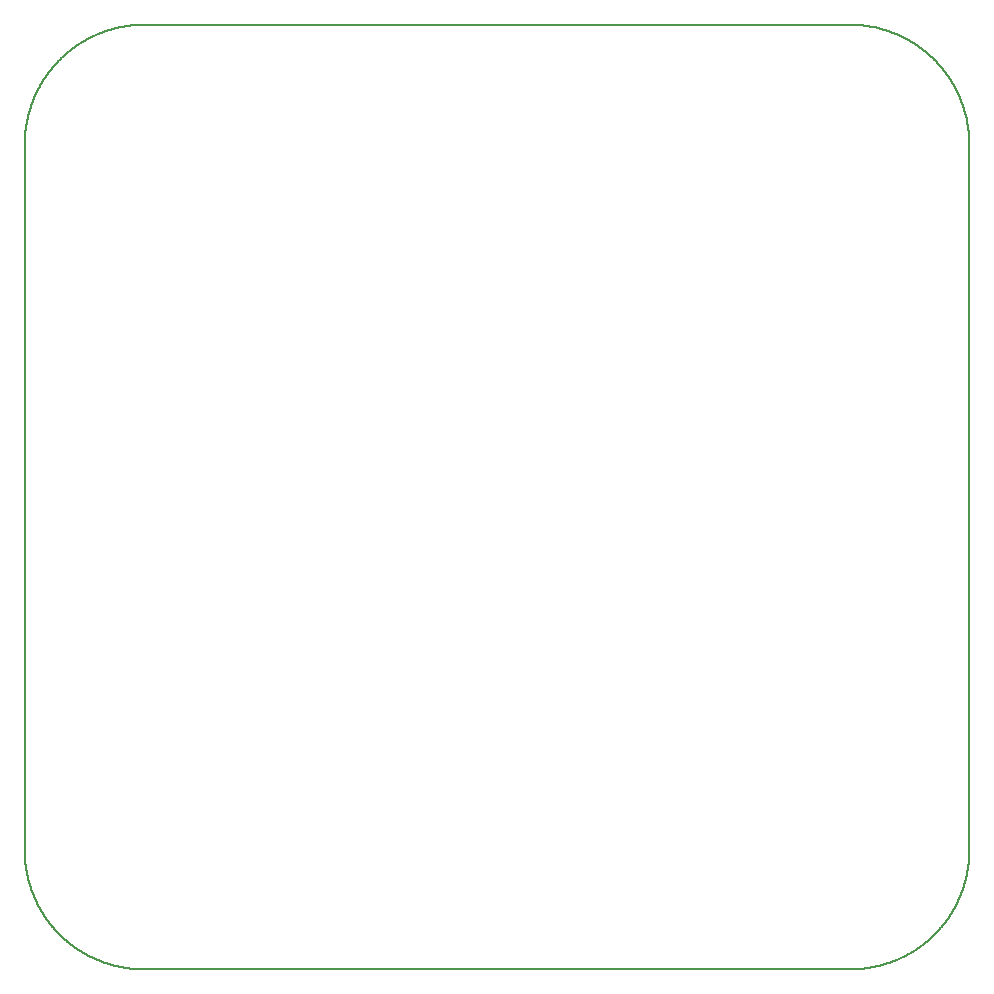
<source format=gm1>
G04 MADE WITH FRITZING*
G04 WWW.FRITZING.ORG*
G04 DOUBLE SIDED*
G04 HOLES PLATED*
G04 CONTOUR ON CENTER OF CONTOUR VECTOR*
%ASAXBY*%
%FSLAX23Y23*%
%MOIN*%
%OFA0B0*%
%SFA1.0B1.0*%
%ADD10C,0.008*%
%LNCONTOUR*%
G90*
G70*
G54D10*
X377Y3150D02*
X378Y3150D01*
X379Y3150D01*
X380Y3150D01*
X381Y3150D01*
X382Y3150D01*
X383Y3150D01*
X384Y3150D01*
X385Y3150D01*
X386Y3150D01*
X387Y3150D01*
X388Y3150D01*
X389Y3150D01*
X390Y3150D01*
X391Y3150D01*
X392Y3150D01*
X393Y3150D01*
X394Y3150D01*
X395Y3150D01*
X396Y3150D01*
X397Y3150D01*
X398Y3150D01*
X399Y3150D01*
X400Y3150D01*
X401Y3150D01*
X402Y3150D01*
X403Y3150D01*
X404Y3150D01*
X405Y3150D01*
X406Y3150D01*
X407Y3150D01*
X408Y3150D01*
X409Y3150D01*
X410Y3150D01*
X411Y3150D01*
X412Y3150D01*
X413Y3150D01*
X414Y3150D01*
X415Y3150D01*
X416Y3150D01*
X417Y3150D01*
X418Y3150D01*
X419Y3150D01*
X420Y3150D01*
X421Y3150D01*
X422Y3150D01*
X423Y3150D01*
X424Y3150D01*
X425Y3150D01*
X426Y3150D01*
X427Y3150D01*
X428Y3150D01*
X429Y3150D01*
X430Y3150D01*
X431Y3150D01*
X432Y3150D01*
X433Y3150D01*
X434Y3150D01*
X435Y3150D01*
X436Y3150D01*
X437Y3150D01*
X438Y3150D01*
X439Y3150D01*
X440Y3150D01*
X441Y3150D01*
X442Y3150D01*
X443Y3150D01*
X444Y3150D01*
X445Y3150D01*
X446Y3150D01*
X447Y3150D01*
X448Y3150D01*
X449Y3150D01*
X450Y3150D01*
X451Y3150D01*
X452Y3150D01*
X453Y3150D01*
X454Y3150D01*
X455Y3150D01*
X456Y3150D01*
X457Y3150D01*
X458Y3150D01*
X459Y3150D01*
X460Y3150D01*
X461Y3150D01*
X462Y3150D01*
X463Y3150D01*
X464Y3150D01*
X465Y3150D01*
X466Y3150D01*
X467Y3150D01*
X468Y3150D01*
X469Y3150D01*
X470Y3150D01*
X471Y3150D01*
X472Y3150D01*
X473Y3150D01*
X474Y3150D01*
X475Y3150D01*
X476Y3150D01*
X477Y3150D01*
X478Y3150D01*
X479Y3150D01*
X480Y3150D01*
X481Y3150D01*
X482Y3150D01*
X483Y3150D01*
X484Y3150D01*
X485Y3150D01*
X486Y3150D01*
X487Y3150D01*
X488Y3150D01*
X489Y3150D01*
X490Y3150D01*
X491Y3150D01*
X492Y3150D01*
X493Y3150D01*
X494Y3150D01*
X495Y3150D01*
X496Y3150D01*
X497Y3150D01*
X498Y3150D01*
X499Y3150D01*
X500Y3150D01*
X501Y3150D01*
X502Y3150D01*
X503Y3150D01*
X504Y3150D01*
X505Y3150D01*
X506Y3150D01*
X507Y3150D01*
X508Y3150D01*
X509Y3150D01*
X510Y3150D01*
X511Y3150D01*
X512Y3150D01*
X513Y3150D01*
X514Y3150D01*
X515Y3150D01*
X516Y3150D01*
X517Y3150D01*
X518Y3150D01*
X519Y3150D01*
X520Y3150D01*
X521Y3150D01*
X522Y3150D01*
X523Y3150D01*
X524Y3150D01*
X525Y3150D01*
X526Y3150D01*
X527Y3150D01*
X528Y3150D01*
X529Y3150D01*
X530Y3150D01*
X531Y3150D01*
X532Y3150D01*
X533Y3150D01*
X534Y3150D01*
X535Y3150D01*
X536Y3150D01*
X537Y3150D01*
X538Y3150D01*
X539Y3150D01*
X540Y3150D01*
X541Y3150D01*
X542Y3150D01*
X543Y3150D01*
X544Y3150D01*
X545Y3150D01*
X546Y3150D01*
X547Y3150D01*
X548Y3150D01*
X549Y3150D01*
X550Y3150D01*
X551Y3150D01*
X552Y3150D01*
X553Y3150D01*
X554Y3150D01*
X555Y3150D01*
X556Y3150D01*
X557Y3150D01*
X558Y3150D01*
X559Y3150D01*
X560Y3150D01*
X561Y3150D01*
X562Y3150D01*
X563Y3150D01*
X564Y3150D01*
X565Y3150D01*
X566Y3150D01*
X567Y3150D01*
X568Y3150D01*
X569Y3150D01*
X570Y3150D01*
X571Y3150D01*
X572Y3150D01*
X573Y3150D01*
X574Y3150D01*
X575Y3150D01*
X576Y3150D01*
X577Y3150D01*
X578Y3150D01*
X579Y3150D01*
X580Y3150D01*
X581Y3150D01*
X582Y3150D01*
X583Y3150D01*
X584Y3150D01*
X585Y3150D01*
X586Y3150D01*
X587Y3150D01*
X588Y3150D01*
X589Y3150D01*
X590Y3150D01*
X591Y3150D01*
X592Y3150D01*
X593Y3150D01*
X594Y3150D01*
X595Y3150D01*
X596Y3150D01*
X597Y3150D01*
X598Y3150D01*
X599Y3150D01*
X600Y3150D01*
X601Y3150D01*
X602Y3150D01*
X603Y3150D01*
X604Y3150D01*
X605Y3150D01*
X606Y3150D01*
X607Y3150D01*
X608Y3150D01*
X609Y3150D01*
X610Y3150D01*
X611Y3150D01*
X612Y3150D01*
X613Y3150D01*
X614Y3150D01*
X615Y3150D01*
X616Y3150D01*
X617Y3150D01*
X618Y3150D01*
X619Y3150D01*
X620Y3150D01*
X621Y3150D01*
X622Y3150D01*
X623Y3150D01*
X624Y3150D01*
X625Y3150D01*
X626Y3150D01*
X627Y3150D01*
X628Y3150D01*
X629Y3150D01*
X630Y3150D01*
X631Y3150D01*
X632Y3150D01*
X633Y3150D01*
X634Y3150D01*
X635Y3150D01*
X636Y3150D01*
X637Y3150D01*
X638Y3150D01*
X639Y3150D01*
X640Y3150D01*
X641Y3150D01*
X642Y3150D01*
X643Y3150D01*
X644Y3150D01*
X645Y3150D01*
X646Y3150D01*
X647Y3150D01*
X648Y3150D01*
X649Y3150D01*
X650Y3150D01*
X651Y3150D01*
X652Y3150D01*
X653Y3150D01*
X654Y3150D01*
X655Y3150D01*
X656Y3150D01*
X657Y3150D01*
X658Y3150D01*
X659Y3150D01*
X660Y3150D01*
X661Y3150D01*
X662Y3150D01*
X663Y3150D01*
X664Y3150D01*
X665Y3150D01*
X666Y3150D01*
X667Y3150D01*
X668Y3150D01*
X669Y3150D01*
X670Y3150D01*
X671Y3150D01*
X672Y3150D01*
X673Y3150D01*
X674Y3150D01*
X675Y3150D01*
X676Y3150D01*
X677Y3150D01*
X678Y3150D01*
X679Y3150D01*
X680Y3150D01*
X681Y3150D01*
X682Y3150D01*
X683Y3150D01*
X684Y3150D01*
X685Y3150D01*
X686Y3150D01*
X687Y3150D01*
X688Y3150D01*
X689Y3150D01*
X690Y3150D01*
X691Y3150D01*
X692Y3150D01*
X693Y3150D01*
X694Y3150D01*
X695Y3150D01*
X696Y3150D01*
X697Y3150D01*
X698Y3150D01*
X699Y3150D01*
X700Y3150D01*
X701Y3150D01*
X702Y3150D01*
X703Y3150D01*
X704Y3150D01*
X705Y3150D01*
X706Y3150D01*
X707Y3150D01*
X708Y3150D01*
X709Y3150D01*
X710Y3150D01*
X711Y3150D01*
X712Y3150D01*
X713Y3150D01*
X714Y3150D01*
X715Y3150D01*
X716Y3150D01*
X717Y3150D01*
X718Y3150D01*
X719Y3150D01*
X720Y3150D01*
X721Y3150D01*
X722Y3150D01*
X723Y3150D01*
X724Y3150D01*
X725Y3150D01*
X726Y3150D01*
X727Y3150D01*
X728Y3150D01*
X729Y3150D01*
X730Y3150D01*
X731Y3150D01*
X732Y3150D01*
X733Y3150D01*
X734Y3150D01*
X735Y3150D01*
X736Y3150D01*
X737Y3150D01*
X738Y3150D01*
X739Y3150D01*
X740Y3150D01*
X741Y3150D01*
X742Y3150D01*
X743Y3150D01*
X744Y3150D01*
X745Y3150D01*
X746Y3150D01*
X747Y3150D01*
X748Y3150D01*
X749Y3150D01*
X750Y3150D01*
X751Y3150D01*
X752Y3150D01*
X753Y3150D01*
X754Y3150D01*
X755Y3150D01*
X756Y3150D01*
X757Y3150D01*
X758Y3150D01*
X759Y3150D01*
X760Y3150D01*
X761Y3150D01*
X762Y3150D01*
X763Y3150D01*
X764Y3150D01*
X765Y3150D01*
X766Y3150D01*
X767Y3150D01*
X768Y3150D01*
X769Y3150D01*
X770Y3150D01*
X771Y3150D01*
X772Y3150D01*
X773Y3150D01*
X774Y3150D01*
X775Y3150D01*
X776Y3150D01*
X777Y3150D01*
X778Y3150D01*
X779Y3150D01*
X780Y3150D01*
X781Y3150D01*
X782Y3150D01*
X783Y3150D01*
X784Y3150D01*
X785Y3150D01*
X786Y3150D01*
X787Y3150D01*
X788Y3150D01*
X789Y3150D01*
X790Y3150D01*
X791Y3150D01*
X792Y3150D01*
X793Y3150D01*
X794Y3150D01*
X795Y3150D01*
X796Y3150D01*
X797Y3150D01*
X798Y3150D01*
X799Y3150D01*
X800Y3150D01*
X801Y3150D01*
X802Y3150D01*
X803Y3150D01*
X804Y3150D01*
X805Y3150D01*
X806Y3150D01*
X807Y3150D01*
X808Y3150D01*
X809Y3150D01*
X810Y3150D01*
X811Y3150D01*
X812Y3150D01*
X813Y3150D01*
X814Y3150D01*
X815Y3150D01*
X816Y3150D01*
X817Y3150D01*
X818Y3150D01*
X819Y3150D01*
X820Y3150D01*
X821Y3150D01*
X822Y3150D01*
X823Y3150D01*
X824Y3150D01*
X825Y3150D01*
X826Y3150D01*
X827Y3150D01*
X828Y3150D01*
X829Y3150D01*
X830Y3150D01*
X831Y3150D01*
X832Y3150D01*
X833Y3150D01*
X834Y3150D01*
X835Y3150D01*
X836Y3150D01*
X837Y3150D01*
X838Y3150D01*
X839Y3150D01*
X840Y3150D01*
X841Y3150D01*
X842Y3150D01*
X843Y3150D01*
X844Y3150D01*
X845Y3150D01*
X846Y3150D01*
X847Y3150D01*
X848Y3150D01*
X849Y3150D01*
X850Y3150D01*
X851Y3150D01*
X852Y3150D01*
X853Y3150D01*
X854Y3150D01*
X855Y3150D01*
X856Y3150D01*
X857Y3150D01*
X858Y3150D01*
X859Y3150D01*
X860Y3150D01*
X861Y3150D01*
X862Y3150D01*
X863Y3150D01*
X864Y3150D01*
X865Y3150D01*
X866Y3150D01*
X867Y3150D01*
X868Y3150D01*
X869Y3150D01*
X870Y3150D01*
X871Y3150D01*
X872Y3150D01*
X873Y3150D01*
X874Y3150D01*
X875Y3150D01*
X876Y3150D01*
X877Y3150D01*
X878Y3150D01*
X879Y3150D01*
X880Y3150D01*
X881Y3150D01*
X882Y3150D01*
X883Y3150D01*
X884Y3150D01*
X885Y3150D01*
X886Y3150D01*
X887Y3150D01*
X888Y3150D01*
X889Y3150D01*
X890Y3150D01*
X891Y3150D01*
X892Y3150D01*
X893Y3150D01*
X894Y3150D01*
X895Y3150D01*
X896Y3150D01*
X897Y3150D01*
X898Y3150D01*
X899Y3150D01*
X900Y3150D01*
X901Y3150D01*
X902Y3150D01*
X903Y3150D01*
X904Y3150D01*
X905Y3150D01*
X906Y3150D01*
X907Y3150D01*
X908Y3150D01*
X909Y3150D01*
X910Y3150D01*
X911Y3150D01*
X912Y3150D01*
X913Y3150D01*
X914Y3150D01*
X915Y3150D01*
X916Y3150D01*
X917Y3150D01*
X918Y3150D01*
X919Y3150D01*
X920Y3150D01*
X921Y3150D01*
X922Y3150D01*
X923Y3150D01*
X924Y3150D01*
X925Y3150D01*
X926Y3150D01*
X927Y3150D01*
X928Y3150D01*
X929Y3150D01*
X930Y3150D01*
X931Y3150D01*
X932Y3150D01*
X933Y3150D01*
X934Y3150D01*
X935Y3150D01*
X936Y3150D01*
X937Y3150D01*
X938Y3150D01*
X939Y3150D01*
X940Y3150D01*
X941Y3150D01*
X942Y3150D01*
X943Y3150D01*
X944Y3150D01*
X945Y3150D01*
X946Y3150D01*
X947Y3150D01*
X948Y3150D01*
X949Y3150D01*
X950Y3150D01*
X951Y3150D01*
X952Y3150D01*
X953Y3150D01*
X954Y3150D01*
X955Y3150D01*
X956Y3150D01*
X957Y3150D01*
X958Y3150D01*
X959Y3150D01*
X960Y3150D01*
X961Y3150D01*
X962Y3150D01*
X963Y3150D01*
X964Y3150D01*
X965Y3150D01*
X966Y3150D01*
X967Y3150D01*
X968Y3150D01*
X969Y3150D01*
X970Y3150D01*
X971Y3150D01*
X972Y3150D01*
X973Y3150D01*
X974Y3150D01*
X975Y3150D01*
X976Y3150D01*
X977Y3150D01*
X978Y3150D01*
X979Y3150D01*
X980Y3150D01*
X981Y3150D01*
X982Y3150D01*
X983Y3150D01*
X984Y3150D01*
X985Y3150D01*
X986Y3150D01*
X987Y3150D01*
X988Y3150D01*
X989Y3150D01*
X990Y3150D01*
X991Y3150D01*
X992Y3150D01*
X993Y3150D01*
X994Y3150D01*
X995Y3150D01*
X996Y3150D01*
X997Y3150D01*
X998Y3150D01*
X999Y3150D01*
X1000Y3150D01*
X1001Y3150D01*
X1002Y3150D01*
X1003Y3150D01*
X1004Y3150D01*
X1005Y3150D01*
X1006Y3150D01*
X1007Y3150D01*
X1008Y3150D01*
X1009Y3150D01*
X1010Y3150D01*
X1011Y3150D01*
X1012Y3150D01*
X1013Y3150D01*
X1014Y3150D01*
X1015Y3150D01*
X1016Y3150D01*
X1017Y3150D01*
X1018Y3150D01*
X1019Y3150D01*
X1020Y3150D01*
X1021Y3150D01*
X1022Y3150D01*
X1023Y3150D01*
X1024Y3150D01*
X1025Y3150D01*
X1026Y3150D01*
X1027Y3150D01*
X1028Y3150D01*
X1029Y3150D01*
X1030Y3150D01*
X1031Y3150D01*
X1032Y3150D01*
X1033Y3150D01*
X1034Y3150D01*
X1035Y3150D01*
X1036Y3150D01*
X1037Y3150D01*
X1038Y3150D01*
X1039Y3150D01*
X1040Y3150D01*
X1041Y3150D01*
X1042Y3150D01*
X1043Y3150D01*
X1044Y3150D01*
X1045Y3150D01*
X1046Y3150D01*
X1047Y3150D01*
X1048Y3150D01*
X1049Y3150D01*
X1050Y3150D01*
X1051Y3150D01*
X1052Y3150D01*
X1053Y3150D01*
X1054Y3150D01*
X1055Y3150D01*
X1056Y3150D01*
X1057Y3150D01*
X1058Y3150D01*
X1059Y3150D01*
X1060Y3150D01*
X1061Y3150D01*
X1062Y3150D01*
X1063Y3150D01*
X1064Y3150D01*
X1065Y3150D01*
X1066Y3150D01*
X1067Y3150D01*
X1068Y3150D01*
X1069Y3150D01*
X1070Y3150D01*
X1071Y3150D01*
X1072Y3150D01*
X1073Y3150D01*
X1074Y3150D01*
X1075Y3150D01*
X1076Y3150D01*
X1077Y3150D01*
X1078Y3150D01*
X1079Y3150D01*
X1080Y3150D01*
X1081Y3150D01*
X1082Y3150D01*
X1083Y3150D01*
X1084Y3150D01*
X1085Y3150D01*
X1086Y3150D01*
X1087Y3150D01*
X1088Y3150D01*
X1089Y3150D01*
X1090Y3150D01*
X1091Y3150D01*
X1092Y3150D01*
X1093Y3150D01*
X1094Y3150D01*
X1095Y3150D01*
X1096Y3150D01*
X1097Y3150D01*
X1098Y3150D01*
X1099Y3150D01*
X1100Y3150D01*
X1101Y3150D01*
X1102Y3150D01*
X1103Y3150D01*
X1104Y3150D01*
X1105Y3150D01*
X1106Y3150D01*
X1107Y3150D01*
X1108Y3150D01*
X1109Y3150D01*
X1110Y3150D01*
X1111Y3150D01*
X1112Y3150D01*
X1113Y3150D01*
X1114Y3150D01*
X1115Y3150D01*
X1116Y3150D01*
X1117Y3150D01*
X1118Y3150D01*
X1119Y3150D01*
X1120Y3150D01*
X1121Y3150D01*
X1122Y3150D01*
X1123Y3150D01*
X1124Y3150D01*
X1125Y3150D01*
X1126Y3150D01*
X1127Y3150D01*
X1128Y3150D01*
X1129Y3150D01*
X1130Y3150D01*
X1131Y3150D01*
X1132Y3150D01*
X1133Y3150D01*
X1134Y3150D01*
X1135Y3150D01*
X1136Y3150D01*
X1137Y3150D01*
X1138Y3150D01*
X1139Y3150D01*
X1140Y3150D01*
X1141Y3150D01*
X1142Y3150D01*
X1143Y3150D01*
X1144Y3150D01*
X1145Y3150D01*
X1146Y3150D01*
X1147Y3150D01*
X1148Y3150D01*
X1149Y3150D01*
X1150Y3150D01*
X1151Y3150D01*
X1152Y3150D01*
X1153Y3150D01*
X1154Y3150D01*
X1155Y3150D01*
X1156Y3150D01*
X1157Y3150D01*
X1158Y3150D01*
X1159Y3150D01*
X1160Y3150D01*
X1161Y3150D01*
X1162Y3150D01*
X1163Y3150D01*
X1164Y3150D01*
X1165Y3150D01*
X1166Y3150D01*
X1167Y3150D01*
X1168Y3150D01*
X1169Y3150D01*
X1170Y3150D01*
X1171Y3150D01*
X1172Y3150D01*
X1173Y3150D01*
X1174Y3150D01*
X1175Y3150D01*
X1176Y3150D01*
X1177Y3150D01*
X1178Y3150D01*
X1179Y3150D01*
X1180Y3150D01*
X1181Y3150D01*
X1182Y3150D01*
X1183Y3150D01*
X1184Y3150D01*
X1185Y3150D01*
X1186Y3150D01*
X1187Y3150D01*
X1188Y3150D01*
X1189Y3150D01*
X1190Y3150D01*
X1191Y3150D01*
X1192Y3150D01*
X1193Y3150D01*
X1194Y3150D01*
X1195Y3150D01*
X1196Y3150D01*
X1197Y3150D01*
X1198Y3150D01*
X1199Y3150D01*
X1200Y3150D01*
X1201Y3150D01*
X1202Y3150D01*
X1203Y3150D01*
X1204Y3150D01*
X1205Y3150D01*
X1206Y3150D01*
X1207Y3150D01*
X1208Y3150D01*
X1209Y3150D01*
X1210Y3150D01*
X1211Y3150D01*
X1212Y3150D01*
X1213Y3150D01*
X1214Y3150D01*
X1215Y3150D01*
X1216Y3150D01*
X1217Y3150D01*
X1218Y3150D01*
X1219Y3150D01*
X1220Y3150D01*
X1221Y3150D01*
X1222Y3150D01*
X1223Y3150D01*
X1224Y3150D01*
X1225Y3150D01*
X1226Y3150D01*
X1227Y3150D01*
X1228Y3150D01*
X1229Y3150D01*
X1230Y3150D01*
X1231Y3150D01*
X1232Y3150D01*
X1233Y3150D01*
X1234Y3150D01*
X1235Y3150D01*
X1236Y3150D01*
X1237Y3150D01*
X1238Y3150D01*
X1239Y3150D01*
X1240Y3150D01*
X1241Y3150D01*
X1242Y3150D01*
X1243Y3150D01*
X1244Y3150D01*
X1245Y3150D01*
X1246Y3150D01*
X1247Y3150D01*
X1248Y3150D01*
X1249Y3150D01*
X1250Y3150D01*
X1251Y3150D01*
X1252Y3150D01*
X1253Y3150D01*
X1254Y3150D01*
X1255Y3150D01*
X1256Y3150D01*
X1257Y3150D01*
X1258Y3150D01*
X1259Y3150D01*
X1260Y3150D01*
X1261Y3150D01*
X1262Y3150D01*
X1263Y3150D01*
X1264Y3150D01*
X1265Y3150D01*
X1266Y3150D01*
X1267Y3150D01*
X1268Y3150D01*
X1269Y3150D01*
X1270Y3150D01*
X1271Y3150D01*
X1272Y3150D01*
X1273Y3150D01*
X1274Y3150D01*
X1275Y3150D01*
X1276Y3150D01*
X1277Y3150D01*
X1278Y3150D01*
X1279Y3150D01*
X1280Y3150D01*
X1281Y3150D01*
X1282Y3150D01*
X1283Y3150D01*
X1284Y3150D01*
X1285Y3150D01*
X1286Y3150D01*
X1287Y3150D01*
X1288Y3150D01*
X1289Y3150D01*
X1290Y3150D01*
X1291Y3150D01*
X1292Y3150D01*
X1293Y3150D01*
X1294Y3150D01*
X1295Y3150D01*
X1296Y3150D01*
X1297Y3150D01*
X1298Y3150D01*
X1299Y3150D01*
X1300Y3150D01*
X1301Y3150D01*
X1302Y3150D01*
X1303Y3150D01*
X1304Y3150D01*
X1305Y3150D01*
X1306Y3150D01*
X1307Y3150D01*
X1308Y3150D01*
X1309Y3150D01*
X1310Y3150D01*
X1311Y3150D01*
X1312Y3150D01*
X1313Y3150D01*
X1314Y3150D01*
X1315Y3150D01*
X1316Y3150D01*
X1317Y3150D01*
X1318Y3150D01*
X1319Y3150D01*
X1320Y3150D01*
X1321Y3150D01*
X1322Y3150D01*
X1323Y3150D01*
X1324Y3150D01*
X1325Y3150D01*
X1326Y3150D01*
X1327Y3150D01*
X1328Y3150D01*
X1329Y3150D01*
X1330Y3150D01*
X1331Y3150D01*
X1332Y3150D01*
X1333Y3150D01*
X1334Y3150D01*
X1335Y3150D01*
X1336Y3150D01*
X1337Y3150D01*
X1338Y3150D01*
X1339Y3150D01*
X1340Y3150D01*
X1341Y3150D01*
X1342Y3150D01*
X1343Y3150D01*
X1344Y3150D01*
X1345Y3150D01*
X1346Y3150D01*
X1347Y3150D01*
X1348Y3150D01*
X1349Y3150D01*
X1350Y3150D01*
X1351Y3150D01*
X1352Y3150D01*
X1353Y3150D01*
X1354Y3150D01*
X1355Y3150D01*
X1356Y3150D01*
X1357Y3150D01*
X1358Y3150D01*
X1359Y3150D01*
X1360Y3150D01*
X1361Y3150D01*
X1362Y3150D01*
X1363Y3150D01*
X1364Y3150D01*
X1365Y3150D01*
X1366Y3150D01*
X1367Y3150D01*
X1368Y3150D01*
X1369Y3150D01*
X1370Y3150D01*
X1371Y3150D01*
X1372Y3150D01*
X1373Y3150D01*
X1374Y3150D01*
X1375Y3150D01*
X1376Y3150D01*
X1377Y3150D01*
X1378Y3150D01*
X1379Y3150D01*
X1380Y3150D01*
X1381Y3150D01*
X1382Y3150D01*
X1383Y3150D01*
X1384Y3150D01*
X1385Y3150D01*
X1386Y3150D01*
X1387Y3150D01*
X1388Y3150D01*
X1389Y3150D01*
X1390Y3150D01*
X1391Y3150D01*
X1392Y3150D01*
X1393Y3150D01*
X1394Y3150D01*
X1395Y3150D01*
X1396Y3150D01*
X1397Y3150D01*
X1398Y3150D01*
X1399Y3150D01*
X1400Y3150D01*
X1401Y3150D01*
X1402Y3150D01*
X1403Y3150D01*
X1404Y3150D01*
X1405Y3150D01*
X1406Y3150D01*
X1407Y3150D01*
X1408Y3150D01*
X1409Y3150D01*
X1410Y3150D01*
X1411Y3150D01*
X1412Y3150D01*
X1413Y3150D01*
X1414Y3150D01*
X1415Y3150D01*
X1416Y3150D01*
X1417Y3150D01*
X1418Y3150D01*
X1419Y3150D01*
X1420Y3150D01*
X1421Y3150D01*
X1422Y3150D01*
X1423Y3150D01*
X1424Y3150D01*
X1425Y3150D01*
X1426Y3150D01*
X1427Y3150D01*
X1428Y3150D01*
X1429Y3150D01*
X1430Y3150D01*
X1431Y3150D01*
X1432Y3150D01*
X1433Y3150D01*
X1434Y3150D01*
X1435Y3150D01*
X1436Y3150D01*
X1437Y3150D01*
X1438Y3150D01*
X1439Y3150D01*
X1440Y3150D01*
X1441Y3150D01*
X1442Y3150D01*
X1443Y3150D01*
X1444Y3150D01*
X1445Y3150D01*
X1446Y3150D01*
X1447Y3150D01*
X1448Y3150D01*
X1449Y3150D01*
X1450Y3150D01*
X1451Y3150D01*
X1452Y3150D01*
X1453Y3150D01*
X1454Y3150D01*
X1455Y3150D01*
X1456Y3150D01*
X1457Y3150D01*
X1458Y3150D01*
X1459Y3150D01*
X1460Y3150D01*
X1461Y3150D01*
X1462Y3150D01*
X1463Y3150D01*
X1464Y3150D01*
X1465Y3150D01*
X1466Y3150D01*
X1467Y3150D01*
X1468Y3150D01*
X1469Y3150D01*
X1470Y3150D01*
X1471Y3150D01*
X1472Y3150D01*
X1473Y3150D01*
X1474Y3150D01*
X1475Y3150D01*
X1476Y3150D01*
X1477Y3150D01*
X1478Y3150D01*
X1479Y3150D01*
X1480Y3150D01*
X1481Y3150D01*
X1482Y3150D01*
X1483Y3150D01*
X1484Y3150D01*
X1485Y3150D01*
X1486Y3150D01*
X1487Y3150D01*
X1488Y3150D01*
X1489Y3150D01*
X1490Y3150D01*
X1491Y3150D01*
X1492Y3150D01*
X1493Y3150D01*
X1494Y3150D01*
X1495Y3150D01*
X1496Y3150D01*
X1497Y3150D01*
X1498Y3150D01*
X1499Y3150D01*
X1500Y3150D01*
X1501Y3150D01*
X1502Y3150D01*
X1503Y3150D01*
X1504Y3150D01*
X1505Y3150D01*
X1506Y3150D01*
X1507Y3150D01*
X1508Y3150D01*
X1509Y3150D01*
X1510Y3150D01*
X1511Y3150D01*
X1512Y3150D01*
X1513Y3150D01*
X1514Y3150D01*
X1515Y3150D01*
X1516Y3150D01*
X1517Y3150D01*
X1518Y3150D01*
X1519Y3150D01*
X1520Y3150D01*
X1521Y3150D01*
X1522Y3150D01*
X1523Y3150D01*
X1524Y3150D01*
X1525Y3150D01*
X1526Y3150D01*
X1527Y3150D01*
X1528Y3150D01*
X1529Y3150D01*
X1530Y3150D01*
X1531Y3150D01*
X1532Y3150D01*
X1533Y3150D01*
X1534Y3150D01*
X1535Y3150D01*
X1536Y3150D01*
X1537Y3150D01*
X1538Y3150D01*
X1539Y3150D01*
X1540Y3150D01*
X1541Y3150D01*
X1542Y3150D01*
X1543Y3150D01*
X1544Y3150D01*
X1545Y3150D01*
X1546Y3150D01*
X1547Y3150D01*
X1548Y3150D01*
X1549Y3150D01*
X1550Y3150D01*
X1551Y3150D01*
X1552Y3150D01*
X1553Y3150D01*
X1554Y3150D01*
X1555Y3150D01*
X1556Y3150D01*
X1557Y3150D01*
X1558Y3150D01*
X1559Y3150D01*
X1560Y3150D01*
X1561Y3150D01*
X1562Y3150D01*
X1563Y3150D01*
X1564Y3150D01*
X1565Y3150D01*
X1566Y3150D01*
X1567Y3150D01*
X1568Y3150D01*
X1569Y3150D01*
X1570Y3150D01*
X1571Y3150D01*
X1572Y3150D01*
X1573Y3150D01*
X1574Y3150D01*
X1575Y3150D01*
X1576Y3150D01*
X1577Y3150D01*
X1578Y3150D01*
X1579Y3150D01*
X1580Y3150D01*
X1581Y3150D01*
X1582Y3150D01*
X1583Y3150D01*
X1584Y3150D01*
X1585Y3150D01*
X1586Y3150D01*
X1587Y3150D01*
X1588Y3150D01*
X1589Y3150D01*
X1590Y3150D01*
X1591Y3150D01*
X1592Y3150D01*
X1593Y3150D01*
X1594Y3150D01*
X1595Y3150D01*
X1596Y3150D01*
X1597Y3150D01*
X1598Y3150D01*
X1599Y3150D01*
X1600Y3150D01*
X1601Y3150D01*
X1602Y3150D01*
X1603Y3150D01*
X1604Y3150D01*
X1605Y3150D01*
X1606Y3150D01*
X1607Y3150D01*
X1608Y3150D01*
X1609Y3150D01*
X1610Y3150D01*
X1611Y3150D01*
X1612Y3150D01*
X1613Y3150D01*
X1614Y3150D01*
X1615Y3150D01*
X1616Y3150D01*
X1617Y3150D01*
X1618Y3150D01*
X1619Y3150D01*
X1620Y3150D01*
X1621Y3150D01*
X1622Y3150D01*
X1623Y3150D01*
X1624Y3150D01*
X1625Y3150D01*
X1626Y3150D01*
X1627Y3150D01*
X1628Y3150D01*
X1629Y3150D01*
X1630Y3150D01*
X1631Y3150D01*
X1632Y3150D01*
X1633Y3150D01*
X1634Y3150D01*
X1635Y3150D01*
X1636Y3150D01*
X1637Y3150D01*
X1638Y3150D01*
X1639Y3150D01*
X1640Y3150D01*
X1641Y3150D01*
X1642Y3150D01*
X1643Y3150D01*
X1644Y3150D01*
X1645Y3150D01*
X1646Y3150D01*
X1647Y3150D01*
X1648Y3150D01*
X1649Y3150D01*
X1650Y3150D01*
X1651Y3150D01*
X1652Y3150D01*
X1653Y3150D01*
X1654Y3150D01*
X1655Y3150D01*
X1656Y3150D01*
X1657Y3150D01*
X1658Y3150D01*
X1659Y3150D01*
X1660Y3150D01*
X1661Y3150D01*
X1662Y3150D01*
X1663Y3150D01*
X1664Y3150D01*
X1665Y3150D01*
X1666Y3150D01*
X1667Y3150D01*
X1668Y3150D01*
X1669Y3150D01*
X1670Y3150D01*
X1671Y3150D01*
X1672Y3150D01*
X1673Y3150D01*
X1674Y3150D01*
X1675Y3150D01*
X1676Y3150D01*
X1677Y3150D01*
X1678Y3150D01*
X1679Y3150D01*
X1680Y3150D01*
X1681Y3150D01*
X1682Y3150D01*
X1683Y3150D01*
X1684Y3150D01*
X1685Y3150D01*
X1686Y3150D01*
X1687Y3150D01*
X1688Y3150D01*
X1689Y3150D01*
X1690Y3150D01*
X1691Y3150D01*
X1692Y3150D01*
X1693Y3150D01*
X1694Y3150D01*
X1695Y3150D01*
X1696Y3150D01*
X1697Y3150D01*
X1698Y3150D01*
X1699Y3150D01*
X1700Y3150D01*
X1701Y3150D01*
X1702Y3150D01*
X1703Y3150D01*
X1704Y3150D01*
X1705Y3150D01*
X1706Y3150D01*
X1707Y3150D01*
X1708Y3150D01*
X1709Y3150D01*
X1710Y3150D01*
X1711Y3150D01*
X1712Y3150D01*
X1713Y3150D01*
X1714Y3150D01*
X1715Y3150D01*
X1716Y3150D01*
X1717Y3150D01*
X1718Y3150D01*
X1719Y3150D01*
X1720Y3150D01*
X1721Y3150D01*
X1722Y3150D01*
X1723Y3150D01*
X1724Y3150D01*
X1725Y3150D01*
X1726Y3150D01*
X1727Y3150D01*
X1728Y3150D01*
X1729Y3150D01*
X1730Y3150D01*
X1731Y3150D01*
X1732Y3150D01*
X1733Y3150D01*
X1734Y3150D01*
X1735Y3150D01*
X1736Y3150D01*
X1737Y3150D01*
X1738Y3150D01*
X1739Y3150D01*
X1740Y3150D01*
X1741Y3150D01*
X1742Y3150D01*
X1743Y3150D01*
X1744Y3150D01*
X1745Y3150D01*
X1746Y3150D01*
X1747Y3150D01*
X1748Y3150D01*
X1749Y3150D01*
X1750Y3150D01*
X1751Y3150D01*
X1752Y3150D01*
X1753Y3150D01*
X1754Y3150D01*
X1755Y3150D01*
X1756Y3150D01*
X1757Y3150D01*
X1758Y3150D01*
X1759Y3150D01*
X1760Y3150D01*
X1761Y3150D01*
X1762Y3150D01*
X1763Y3150D01*
X1764Y3150D01*
X1765Y3150D01*
X1766Y3150D01*
X1767Y3150D01*
X1768Y3150D01*
X1769Y3150D01*
X1770Y3150D01*
X1771Y3150D01*
X1772Y3150D01*
X1773Y3150D01*
X1774Y3150D01*
X1775Y3150D01*
X1776Y3150D01*
X1777Y3150D01*
X1778Y3150D01*
X1779Y3150D01*
X1780Y3150D01*
X1781Y3150D01*
X1782Y3150D01*
X1783Y3150D01*
X1784Y3150D01*
X1785Y3150D01*
X1786Y3150D01*
X1787Y3150D01*
X1788Y3150D01*
X1789Y3150D01*
X1790Y3150D01*
X1791Y3150D01*
X1792Y3150D01*
X1793Y3150D01*
X1794Y3150D01*
X1795Y3150D01*
X1796Y3150D01*
X1797Y3150D01*
X1798Y3150D01*
X1799Y3150D01*
X1800Y3150D01*
X1801Y3150D01*
X1802Y3150D01*
X1803Y3150D01*
X1804Y3150D01*
X1805Y3150D01*
X1806Y3150D01*
X1807Y3150D01*
X1808Y3150D01*
X1809Y3150D01*
X1810Y3150D01*
X1811Y3150D01*
X1812Y3150D01*
X1813Y3150D01*
X1814Y3150D01*
X1815Y3150D01*
X1816Y3150D01*
X1817Y3150D01*
X1818Y3150D01*
X1819Y3150D01*
X1820Y3150D01*
X1821Y3150D01*
X1822Y3150D01*
X1823Y3150D01*
X1824Y3150D01*
X1825Y3150D01*
X1826Y3150D01*
X1827Y3150D01*
X1828Y3150D01*
X1829Y3150D01*
X1830Y3150D01*
X1831Y3150D01*
X1832Y3150D01*
X1833Y3150D01*
X1834Y3150D01*
X1835Y3150D01*
X1836Y3150D01*
X1837Y3150D01*
X1838Y3150D01*
X1839Y3150D01*
X1840Y3150D01*
X1841Y3150D01*
X1842Y3150D01*
X1843Y3150D01*
X1844Y3150D01*
X1845Y3150D01*
X1846Y3150D01*
X1847Y3150D01*
X1848Y3150D01*
X1849Y3150D01*
X1850Y3150D01*
X1851Y3150D01*
X1852Y3150D01*
X1853Y3150D01*
X1854Y3150D01*
X1855Y3150D01*
X1856Y3150D01*
X1857Y3150D01*
X1858Y3150D01*
X1859Y3150D01*
X1860Y3150D01*
X1861Y3150D01*
X1862Y3150D01*
X1863Y3150D01*
X1864Y3150D01*
X1865Y3150D01*
X1866Y3150D01*
X1867Y3150D01*
X1868Y3150D01*
X1869Y3150D01*
X1870Y3150D01*
X1871Y3150D01*
X1872Y3150D01*
X1873Y3150D01*
X1874Y3150D01*
X1875Y3150D01*
X1876Y3150D01*
X1877Y3150D01*
X1878Y3150D01*
X1879Y3150D01*
X1880Y3150D01*
X1881Y3150D01*
X1882Y3150D01*
X1883Y3150D01*
X1884Y3150D01*
X1885Y3150D01*
X1886Y3150D01*
X1887Y3150D01*
X1888Y3150D01*
X1889Y3150D01*
X1890Y3150D01*
X1891Y3150D01*
X1892Y3150D01*
X1893Y3150D01*
X1894Y3150D01*
X1895Y3150D01*
X1896Y3150D01*
X1897Y3150D01*
X1898Y3150D01*
X1899Y3150D01*
X1900Y3150D01*
X1901Y3150D01*
X1902Y3150D01*
X1903Y3150D01*
X1904Y3150D01*
X1905Y3150D01*
X1906Y3150D01*
X1907Y3150D01*
X1908Y3150D01*
X1909Y3150D01*
X1910Y3150D01*
X1911Y3150D01*
X1912Y3150D01*
X1913Y3150D01*
X1914Y3150D01*
X1915Y3150D01*
X1916Y3150D01*
X1917Y3150D01*
X1918Y3150D01*
X1919Y3150D01*
X1920Y3150D01*
X1921Y3150D01*
X1922Y3150D01*
X1923Y3150D01*
X1924Y3150D01*
X1925Y3150D01*
X1926Y3150D01*
X1927Y3150D01*
X1928Y3150D01*
X1929Y3150D01*
X1930Y3150D01*
X1931Y3150D01*
X1932Y3150D01*
X1933Y3150D01*
X1934Y3150D01*
X1935Y3150D01*
X1936Y3150D01*
X1937Y3150D01*
X1938Y3150D01*
X1939Y3150D01*
X1940Y3150D01*
X1941Y3150D01*
X1942Y3150D01*
X1943Y3150D01*
X1944Y3150D01*
X1945Y3150D01*
X1946Y3150D01*
X1947Y3150D01*
X1948Y3150D01*
X1949Y3150D01*
X1950Y3150D01*
X1951Y3150D01*
X1952Y3150D01*
X1953Y3150D01*
X1954Y3150D01*
X1955Y3150D01*
X1956Y3150D01*
X1957Y3150D01*
X1958Y3150D01*
X1959Y3150D01*
X1960Y3150D01*
X1961Y3150D01*
X1962Y3150D01*
X1963Y3150D01*
X1964Y3150D01*
X1965Y3150D01*
X1966Y3150D01*
X1967Y3150D01*
X1968Y3150D01*
X1969Y3150D01*
X1970Y3150D01*
X1971Y3150D01*
X1972Y3150D01*
X1973Y3150D01*
X1974Y3150D01*
X1975Y3150D01*
X1976Y3150D01*
X1977Y3150D01*
X1978Y3150D01*
X1979Y3150D01*
X1980Y3150D01*
X1981Y3150D01*
X1982Y3150D01*
X1983Y3150D01*
X1984Y3150D01*
X1985Y3150D01*
X1986Y3150D01*
X1987Y3150D01*
X1988Y3150D01*
X1989Y3150D01*
X1990Y3150D01*
X1991Y3150D01*
X1992Y3150D01*
X1993Y3150D01*
X1994Y3150D01*
X1995Y3150D01*
X1996Y3150D01*
X1997Y3150D01*
X1998Y3150D01*
X1999Y3150D01*
X2000Y3150D01*
X2001Y3150D01*
X2002Y3150D01*
X2003Y3150D01*
X2004Y3150D01*
X2005Y3150D01*
X2006Y3150D01*
X2007Y3150D01*
X2008Y3150D01*
X2009Y3150D01*
X2010Y3150D01*
X2011Y3150D01*
X2012Y3150D01*
X2013Y3150D01*
X2014Y3150D01*
X2015Y3150D01*
X2016Y3150D01*
X2017Y3150D01*
X2018Y3150D01*
X2019Y3150D01*
X2020Y3150D01*
X2021Y3150D01*
X2022Y3150D01*
X2023Y3150D01*
X2024Y3150D01*
X2025Y3150D01*
X2026Y3150D01*
X2027Y3150D01*
X2028Y3150D01*
X2029Y3150D01*
X2030Y3150D01*
X2031Y3150D01*
X2032Y3150D01*
X2033Y3150D01*
X2034Y3150D01*
X2035Y3150D01*
X2036Y3150D01*
X2037Y3150D01*
X2038Y3150D01*
X2039Y3150D01*
X2040Y3150D01*
X2041Y3150D01*
X2042Y3150D01*
X2043Y3150D01*
X2044Y3150D01*
X2045Y3150D01*
X2046Y3150D01*
X2047Y3150D01*
X2048Y3150D01*
X2049Y3150D01*
X2050Y3150D01*
X2051Y3150D01*
X2052Y3150D01*
X2053Y3150D01*
X2054Y3150D01*
X2055Y3150D01*
X2056Y3150D01*
X2057Y3150D01*
X2058Y3150D01*
X2059Y3150D01*
X2060Y3150D01*
X2061Y3150D01*
X2062Y3150D01*
X2063Y3150D01*
X2064Y3150D01*
X2065Y3150D01*
X2066Y3150D01*
X2067Y3150D01*
X2068Y3150D01*
X2069Y3150D01*
X2070Y3150D01*
X2071Y3150D01*
X2072Y3150D01*
X2073Y3150D01*
X2074Y3150D01*
X2075Y3150D01*
X2076Y3150D01*
X2077Y3150D01*
X2078Y3150D01*
X2079Y3150D01*
X2080Y3150D01*
X2081Y3150D01*
X2082Y3150D01*
X2083Y3150D01*
X2084Y3150D01*
X2085Y3150D01*
X2086Y3150D01*
X2087Y3150D01*
X2088Y3150D01*
X2089Y3150D01*
X2090Y3150D01*
X2091Y3150D01*
X2092Y3150D01*
X2093Y3150D01*
X2094Y3150D01*
X2095Y3150D01*
X2096Y3150D01*
X2097Y3150D01*
X2098Y3150D01*
X2099Y3150D01*
X2100Y3150D01*
X2101Y3150D01*
X2102Y3150D01*
X2103Y3150D01*
X2104Y3150D01*
X2105Y3150D01*
X2106Y3150D01*
X2107Y3150D01*
X2108Y3150D01*
X2109Y3150D01*
X2110Y3150D01*
X2111Y3150D01*
X2112Y3150D01*
X2113Y3150D01*
X2114Y3150D01*
X2115Y3150D01*
X2116Y3150D01*
X2117Y3150D01*
X2118Y3150D01*
X2119Y3150D01*
X2120Y3150D01*
X2121Y3150D01*
X2122Y3150D01*
X2123Y3150D01*
X2124Y3150D01*
X2125Y3150D01*
X2126Y3150D01*
X2127Y3150D01*
X2128Y3150D01*
X2129Y3150D01*
X2130Y3150D01*
X2131Y3150D01*
X2132Y3150D01*
X2133Y3150D01*
X2134Y3150D01*
X2135Y3150D01*
X2136Y3150D01*
X2137Y3150D01*
X2138Y3150D01*
X2139Y3150D01*
X2140Y3150D01*
X2141Y3150D01*
X2142Y3150D01*
X2143Y3150D01*
X2144Y3150D01*
X2145Y3150D01*
X2146Y3150D01*
X2147Y3150D01*
X2148Y3150D01*
X2149Y3150D01*
X2150Y3150D01*
X2151Y3150D01*
X2152Y3150D01*
X2153Y3150D01*
X2154Y3150D01*
X2155Y3150D01*
X2156Y3150D01*
X2157Y3150D01*
X2158Y3150D01*
X2159Y3150D01*
X2160Y3150D01*
X2161Y3150D01*
X2162Y3150D01*
X2163Y3150D01*
X2164Y3150D01*
X2165Y3150D01*
X2166Y3150D01*
X2167Y3150D01*
X2168Y3150D01*
X2169Y3150D01*
X2170Y3150D01*
X2171Y3150D01*
X2172Y3150D01*
X2173Y3150D01*
X2174Y3150D01*
X2175Y3150D01*
X2176Y3150D01*
X2177Y3150D01*
X2178Y3150D01*
X2179Y3150D01*
X2180Y3150D01*
X2181Y3150D01*
X2182Y3150D01*
X2183Y3150D01*
X2184Y3150D01*
X2185Y3150D01*
X2186Y3150D01*
X2187Y3150D01*
X2188Y3150D01*
X2189Y3150D01*
X2190Y3150D01*
X2191Y3150D01*
X2192Y3150D01*
X2193Y3150D01*
X2194Y3150D01*
X2195Y3150D01*
X2196Y3150D01*
X2197Y3150D01*
X2198Y3150D01*
X2199Y3150D01*
X2200Y3150D01*
X2201Y3150D01*
X2202Y3150D01*
X2203Y3150D01*
X2204Y3150D01*
X2205Y3150D01*
X2206Y3150D01*
X2207Y3150D01*
X2208Y3150D01*
X2209Y3150D01*
X2210Y3150D01*
X2211Y3150D01*
X2212Y3150D01*
X2213Y3150D01*
X2214Y3150D01*
X2215Y3150D01*
X2216Y3150D01*
X2217Y3150D01*
X2218Y3150D01*
X2219Y3150D01*
X2220Y3150D01*
X2221Y3150D01*
X2222Y3150D01*
X2223Y3150D01*
X2224Y3150D01*
X2225Y3150D01*
X2226Y3150D01*
X2227Y3150D01*
X2228Y3150D01*
X2229Y3150D01*
X2230Y3150D01*
X2231Y3150D01*
X2232Y3150D01*
X2233Y3150D01*
X2234Y3150D01*
X2235Y3150D01*
X2236Y3150D01*
X2237Y3150D01*
X2238Y3150D01*
X2239Y3150D01*
X2240Y3150D01*
X2241Y3150D01*
X2242Y3150D01*
X2243Y3150D01*
X2244Y3150D01*
X2245Y3150D01*
X2246Y3150D01*
X2247Y3150D01*
X2248Y3150D01*
X2249Y3150D01*
X2250Y3150D01*
X2251Y3150D01*
X2252Y3150D01*
X2253Y3150D01*
X2254Y3150D01*
X2255Y3150D01*
X2256Y3150D01*
X2257Y3150D01*
X2258Y3150D01*
X2259Y3150D01*
X2260Y3150D01*
X2261Y3150D01*
X2262Y3150D01*
X2263Y3150D01*
X2264Y3150D01*
X2265Y3150D01*
X2266Y3150D01*
X2267Y3150D01*
X2268Y3150D01*
X2269Y3150D01*
X2270Y3150D01*
X2271Y3150D01*
X2272Y3150D01*
X2273Y3150D01*
X2274Y3150D01*
X2275Y3150D01*
X2276Y3150D01*
X2277Y3150D01*
X2278Y3150D01*
X2279Y3150D01*
X2280Y3150D01*
X2281Y3150D01*
X2282Y3150D01*
X2283Y3150D01*
X2284Y3150D01*
X2285Y3150D01*
X2286Y3150D01*
X2287Y3150D01*
X2288Y3150D01*
X2289Y3150D01*
X2290Y3150D01*
X2291Y3150D01*
X2292Y3150D01*
X2293Y3150D01*
X2294Y3150D01*
X2295Y3150D01*
X2296Y3150D01*
X2297Y3150D01*
X2298Y3150D01*
X2299Y3150D01*
X2300Y3150D01*
X2301Y3150D01*
X2302Y3150D01*
X2303Y3150D01*
X2304Y3150D01*
X2305Y3150D01*
X2306Y3150D01*
X2307Y3150D01*
X2308Y3150D01*
X2309Y3150D01*
X2310Y3150D01*
X2311Y3150D01*
X2312Y3150D01*
X2313Y3150D01*
X2314Y3150D01*
X2315Y3150D01*
X2316Y3150D01*
X2317Y3150D01*
X2318Y3150D01*
X2319Y3150D01*
X2320Y3150D01*
X2321Y3150D01*
X2322Y3150D01*
X2323Y3150D01*
X2324Y3150D01*
X2325Y3150D01*
X2326Y3150D01*
X2327Y3150D01*
X2328Y3150D01*
X2329Y3150D01*
X2330Y3150D01*
X2331Y3150D01*
X2332Y3150D01*
X2333Y3150D01*
X2334Y3150D01*
X2335Y3150D01*
X2336Y3150D01*
X2337Y3150D01*
X2338Y3150D01*
X2339Y3150D01*
X2340Y3150D01*
X2341Y3150D01*
X2342Y3150D01*
X2343Y3150D01*
X2344Y3150D01*
X2345Y3150D01*
X2346Y3150D01*
X2347Y3150D01*
X2348Y3150D01*
X2349Y3150D01*
X2350Y3150D01*
X2351Y3150D01*
X2352Y3150D01*
X2353Y3150D01*
X2354Y3150D01*
X2355Y3150D01*
X2356Y3150D01*
X2357Y3150D01*
X2358Y3150D01*
X2359Y3150D01*
X2360Y3150D01*
X2361Y3150D01*
X2362Y3150D01*
X2363Y3150D01*
X2364Y3150D01*
X2365Y3150D01*
X2366Y3150D01*
X2367Y3150D01*
X2368Y3150D01*
X2369Y3150D01*
X2370Y3150D01*
X2371Y3150D01*
X2372Y3150D01*
X2373Y3150D01*
X2374Y3150D01*
X2375Y3150D01*
X2376Y3150D01*
X2377Y3150D01*
X2378Y3150D01*
X2379Y3150D01*
X2380Y3150D01*
X2381Y3150D01*
X2382Y3150D01*
X2383Y3150D01*
X2384Y3150D01*
X2385Y3150D01*
X2386Y3150D01*
X2387Y3150D01*
X2388Y3150D01*
X2389Y3150D01*
X2390Y3150D01*
X2391Y3150D01*
X2392Y3150D01*
X2393Y3150D01*
X2394Y3150D01*
X2395Y3150D01*
X2396Y3150D01*
X2397Y3150D01*
X2398Y3150D01*
X2399Y3150D01*
X2400Y3150D01*
X2401Y3150D01*
X2402Y3150D01*
X2403Y3150D01*
X2404Y3150D01*
X2405Y3150D01*
X2406Y3150D01*
X2407Y3150D01*
X2408Y3150D01*
X2409Y3150D01*
X2410Y3150D01*
X2411Y3150D01*
X2412Y3150D01*
X2413Y3150D01*
X2414Y3150D01*
X2415Y3150D01*
X2416Y3150D01*
X2417Y3150D01*
X2418Y3150D01*
X2419Y3150D01*
X2420Y3150D01*
X2421Y3150D01*
X2422Y3150D01*
X2423Y3150D01*
X2424Y3150D01*
X2425Y3150D01*
X2426Y3150D01*
X2427Y3150D01*
X2428Y3150D01*
X2429Y3150D01*
X2430Y3150D01*
X2431Y3150D01*
X2432Y3150D01*
X2433Y3150D01*
X2434Y3150D01*
X2435Y3150D01*
X2436Y3150D01*
X2437Y3150D01*
X2438Y3150D01*
X2439Y3150D01*
X2440Y3150D01*
X2441Y3150D01*
X2442Y3150D01*
X2443Y3150D01*
X2444Y3150D01*
X2445Y3150D01*
X2446Y3150D01*
X2447Y3150D01*
X2448Y3150D01*
X2449Y3150D01*
X2450Y3150D01*
X2451Y3150D01*
X2452Y3150D01*
X2453Y3150D01*
X2454Y3150D01*
X2455Y3150D01*
X2456Y3150D01*
X2457Y3150D01*
X2458Y3150D01*
X2459Y3150D01*
X2460Y3150D01*
X2461Y3150D01*
X2462Y3150D01*
X2463Y3150D01*
X2464Y3150D01*
X2465Y3150D01*
X2466Y3150D01*
X2467Y3150D01*
X2468Y3150D01*
X2469Y3150D01*
X2470Y3150D01*
X2471Y3150D01*
X2472Y3150D01*
X2473Y3150D01*
X2474Y3150D01*
X2475Y3150D01*
X2476Y3150D01*
X2477Y3150D01*
X2478Y3150D01*
X2479Y3150D01*
X2480Y3150D01*
X2481Y3150D01*
X2482Y3150D01*
X2483Y3150D01*
X2484Y3150D01*
X2485Y3150D01*
X2486Y3150D01*
X2487Y3150D01*
X2488Y3150D01*
X2489Y3150D01*
X2490Y3150D01*
X2491Y3150D01*
X2492Y3150D01*
X2493Y3150D01*
X2494Y3150D01*
X2495Y3150D01*
X2496Y3150D01*
X2497Y3150D01*
X2498Y3150D01*
X2499Y3150D01*
X2500Y3150D01*
X2501Y3150D01*
X2502Y3150D01*
X2503Y3150D01*
X2504Y3150D01*
X2505Y3150D01*
X2506Y3150D01*
X2507Y3150D01*
X2508Y3150D01*
X2509Y3150D01*
X2510Y3150D01*
X2511Y3150D01*
X2512Y3150D01*
X2513Y3150D01*
X2514Y3150D01*
X2515Y3150D01*
X2516Y3150D01*
X2517Y3150D01*
X2518Y3150D01*
X2519Y3150D01*
X2520Y3150D01*
X2521Y3150D01*
X2522Y3150D01*
X2523Y3150D01*
X2524Y3150D01*
X2525Y3150D01*
X2526Y3150D01*
X2527Y3150D01*
X2528Y3150D01*
X2529Y3150D01*
X2530Y3150D01*
X2531Y3150D01*
X2532Y3150D01*
X2533Y3150D01*
X2534Y3150D01*
X2535Y3150D01*
X2536Y3150D01*
X2537Y3150D01*
X2538Y3150D01*
X2539Y3150D01*
X2540Y3150D01*
X2541Y3150D01*
X2542Y3150D01*
X2543Y3150D01*
X2544Y3150D01*
X2545Y3150D01*
X2546Y3150D01*
X2547Y3150D01*
X2548Y3150D01*
X2549Y3150D01*
X2550Y3150D01*
X2551Y3150D01*
X2552Y3150D01*
X2553Y3150D01*
X2554Y3150D01*
X2555Y3150D01*
X2556Y3150D01*
X2557Y3150D01*
X2558Y3150D01*
X2559Y3150D01*
X2560Y3150D01*
X2561Y3150D01*
X2562Y3150D01*
X2563Y3150D01*
X2564Y3150D01*
X2565Y3150D01*
X2566Y3150D01*
X2567Y3150D01*
X2568Y3150D01*
X2569Y3150D01*
X2570Y3150D01*
X2571Y3150D01*
X2572Y3150D01*
X2573Y3150D01*
X2574Y3150D01*
X2575Y3150D01*
X2576Y3150D01*
X2577Y3150D01*
X2578Y3150D01*
X2579Y3150D01*
X2580Y3150D01*
X2581Y3150D01*
X2582Y3150D01*
X2583Y3150D01*
X2584Y3150D01*
X2585Y3150D01*
X2586Y3150D01*
X2587Y3150D01*
X2588Y3150D01*
X2589Y3150D01*
X2590Y3150D01*
X2591Y3150D01*
X2592Y3150D01*
X2593Y3150D01*
X2594Y3150D01*
X2595Y3150D01*
X2596Y3150D01*
X2597Y3150D01*
X2598Y3150D01*
X2599Y3150D01*
X2600Y3150D01*
X2601Y3150D01*
X2602Y3150D01*
X2603Y3150D01*
X2604Y3150D01*
X2605Y3150D01*
X2606Y3150D01*
X2607Y3150D01*
X2608Y3150D01*
X2609Y3150D01*
X2610Y3150D01*
X2611Y3150D01*
X2612Y3150D01*
X2613Y3150D01*
X2614Y3150D01*
X2615Y3150D01*
X2616Y3150D01*
X2617Y3150D01*
X2618Y3150D01*
X2619Y3150D01*
X2620Y3150D01*
X2621Y3150D01*
X2622Y3150D01*
X2623Y3150D01*
X2624Y3150D01*
X2625Y3150D01*
X2626Y3150D01*
X2627Y3150D01*
X2628Y3150D01*
X2629Y3150D01*
X2630Y3150D01*
X2631Y3150D01*
X2632Y3150D01*
X2633Y3150D01*
X2634Y3150D01*
X2635Y3150D01*
X2636Y3150D01*
X2637Y3150D01*
X2638Y3150D01*
X2639Y3150D01*
X2640Y3150D01*
X2641Y3150D01*
X2642Y3150D01*
X2643Y3150D01*
X2644Y3150D01*
X2645Y3150D01*
X2646Y3150D01*
X2647Y3150D01*
X2648Y3150D01*
X2649Y3150D01*
X2650Y3150D01*
X2651Y3150D01*
X2652Y3150D01*
X2653Y3150D01*
X2654Y3150D01*
X2655Y3150D01*
X2656Y3150D01*
X2657Y3150D01*
X2658Y3150D01*
X2659Y3150D01*
X2660Y3150D01*
X2661Y3150D01*
X2662Y3150D01*
X2663Y3150D01*
X2664Y3150D01*
X2665Y3150D01*
X2666Y3150D01*
X2667Y3150D01*
X2668Y3150D01*
X2669Y3150D01*
X2670Y3150D01*
X2671Y3150D01*
X2672Y3150D01*
X2673Y3150D01*
X2674Y3150D01*
X2675Y3150D01*
X2676Y3150D01*
X2677Y3150D01*
X2678Y3150D01*
X2679Y3150D01*
X2680Y3150D01*
X2681Y3150D01*
X2682Y3150D01*
X2683Y3150D01*
X2684Y3150D01*
X2685Y3150D01*
X2686Y3150D01*
X2687Y3150D01*
X2688Y3150D01*
X2689Y3150D01*
X2690Y3150D01*
X2691Y3150D01*
X2692Y3150D01*
X2693Y3150D01*
X2694Y3150D01*
X2695Y3150D01*
X2696Y3150D01*
X2697Y3150D01*
X2698Y3150D01*
X2699Y3150D01*
X2700Y3150D01*
X2701Y3150D01*
X2702Y3150D01*
X2703Y3150D01*
X2704Y3150D01*
X2705Y3150D01*
X2706Y3150D01*
X2707Y3150D01*
X2708Y3150D01*
X2709Y3150D01*
X2710Y3150D01*
X2711Y3150D01*
X2712Y3150D01*
X2713Y3150D01*
X2714Y3150D01*
X2715Y3150D01*
X2716Y3150D01*
X2717Y3150D01*
X2718Y3150D01*
X2719Y3150D01*
X2720Y3150D01*
X2721Y3150D01*
X2722Y3150D01*
X2723Y3150D01*
X2724Y3150D01*
X2725Y3150D01*
X2726Y3150D01*
X2727Y3150D01*
X2728Y3150D01*
X2729Y3150D01*
X2730Y3150D01*
X2731Y3150D01*
X2732Y3150D01*
X2733Y3150D01*
X2734Y3150D01*
X2735Y3150D01*
X2736Y3150D01*
X2737Y3150D01*
X2738Y3150D01*
X2739Y3150D01*
X2740Y3150D01*
X2741Y3150D01*
X2742Y3150D01*
X2743Y3150D01*
X2744Y3150D01*
X2745Y3150D01*
X2746Y3150D01*
X2747Y3150D01*
X2748Y3150D01*
X2749Y3150D01*
X2750Y3150D01*
X2751Y3150D01*
X2752Y3150D01*
X2753Y3150D01*
X2754Y3150D01*
X2755Y3150D01*
X2756Y3150D01*
X2757Y3150D01*
X2758Y3150D01*
X2759Y3150D01*
X2760Y3150D01*
X2761Y3150D01*
X2762Y3150D01*
X2763Y3150D01*
X2764Y3150D01*
X2765Y3150D01*
X2766Y3150D01*
X2767Y3150D01*
X2768Y3150D01*
X2769Y3150D01*
X2770Y3150D01*
X2771Y3150D01*
X2772Y3149D01*
X2773Y3149D01*
X2774Y3149D01*
X2775Y3149D01*
X2776Y3149D01*
X2777Y3149D01*
X2778Y3149D01*
X2779Y3149D01*
X2780Y3149D01*
X2781Y3149D01*
X2782Y3149D01*
X2783Y3149D01*
X2784Y3149D01*
X2785Y3149D01*
X2786Y3149D01*
X2787Y3148D01*
X2788Y3148D01*
X2789Y3148D01*
X2790Y3148D01*
X2791Y3148D01*
X2792Y3148D01*
X2793Y3148D01*
X2794Y3148D01*
X2795Y3148D01*
X2796Y3148D01*
X2797Y3147D01*
X2798Y3147D01*
X2799Y3147D01*
X2800Y3147D01*
X2801Y3147D01*
X2802Y3147D01*
X2803Y3147D01*
X2804Y3147D01*
X2805Y3146D01*
X2806Y3146D01*
X2807Y3146D01*
X2808Y3146D01*
X2809Y3146D01*
X2810Y3146D01*
X2811Y3146D01*
X2812Y3145D01*
X2813Y3145D01*
X2814Y3145D01*
X2815Y3145D01*
X2816Y3145D01*
X2817Y3145D01*
X2818Y3144D01*
X2819Y3144D01*
X2820Y3144D01*
X2821Y3144D01*
X2822Y3144D01*
X2823Y3144D01*
X2824Y3143D01*
X2825Y3143D01*
X2826Y3143D01*
X2827Y3143D01*
X2828Y3143D01*
X2829Y3142D01*
X2830Y3142D01*
X2831Y3142D01*
X2832Y3142D01*
X2833Y3142D01*
X2834Y3141D01*
X2835Y3141D01*
X2836Y3141D01*
X2837Y3141D01*
X2838Y3141D01*
X2839Y3140D01*
X2840Y3140D01*
X2841Y3140D01*
X2842Y3140D01*
X2843Y3139D01*
X2844Y3139D01*
X2845Y3139D01*
X2846Y3139D01*
X2847Y3138D01*
X2848Y3138D01*
X2849Y3138D01*
X2850Y3138D01*
X2851Y3137D01*
X2852Y3137D01*
X2853Y3137D01*
X2854Y3137D01*
X2855Y3136D01*
X2856Y3136D01*
X2857Y3136D01*
X2858Y3136D01*
X2859Y3135D01*
X2860Y3135D01*
X2861Y3135D01*
X2862Y3134D01*
X2863Y3134D01*
X2864Y3134D01*
X2865Y3134D01*
X2866Y3133D01*
X2867Y3133D01*
X2868Y3133D01*
X2869Y3132D01*
X2870Y3132D01*
X2871Y3132D01*
X2872Y3131D01*
X2873Y3131D01*
X2874Y3131D01*
X2875Y3130D01*
X2876Y3130D01*
X2877Y3130D01*
X2878Y3129D01*
X2879Y3129D01*
X2880Y3129D01*
X2881Y3128D01*
X2882Y3128D01*
X2883Y3128D01*
X2884Y3127D01*
X2885Y3127D01*
X2886Y3127D01*
X2887Y3126D01*
X2888Y3126D01*
X2889Y3126D01*
X2890Y3125D01*
X2891Y3125D01*
X2892Y3124D01*
X2893Y3124D01*
X2894Y3124D01*
X2895Y3123D01*
X2896Y3123D01*
X2897Y3122D01*
X2898Y3122D01*
X2899Y3122D01*
X2900Y3121D01*
X2901Y3121D01*
X2902Y3120D01*
X2903Y3120D01*
X2904Y3120D01*
X2905Y3119D01*
X2906Y3119D01*
X2907Y3118D01*
X2908Y3118D01*
X2909Y3118D01*
X2910Y3117D01*
X2911Y3117D01*
X2912Y3116D01*
X2913Y3116D01*
X2914Y3115D01*
X2915Y3115D01*
X2916Y3114D01*
X2917Y3114D01*
X2918Y3113D01*
X2919Y3113D01*
X2920Y3113D01*
X2921Y3112D01*
X2922Y3112D01*
X2923Y3111D01*
X2924Y3111D01*
X2925Y3110D01*
X2926Y3110D01*
X2927Y3109D01*
X2928Y3109D01*
X2929Y3108D01*
X2930Y3108D01*
X2931Y3107D01*
X2932Y3107D01*
X2933Y3106D01*
X2934Y3106D01*
X2935Y3105D01*
X2936Y3105D01*
X2937Y3104D01*
X2938Y3104D01*
X2939Y3103D01*
X2940Y3103D01*
X2941Y3102D01*
X2942Y3101D01*
X2943Y3101D01*
X2944Y3100D01*
X2945Y3100D01*
X2946Y3099D01*
X2947Y3099D01*
X2948Y3098D01*
X2949Y3097D01*
X2950Y3097D01*
X2951Y3096D01*
X2952Y3096D01*
X2953Y3095D01*
X2954Y3095D01*
X2955Y3094D01*
X2956Y3093D01*
X2957Y3093D01*
X2958Y3092D01*
X2959Y3092D01*
X2960Y3091D01*
X2961Y3090D01*
X2962Y3090D01*
X2963Y3089D01*
X2964Y3088D01*
X2965Y3088D01*
X2966Y3087D01*
X2967Y3086D01*
X2968Y3086D01*
X2969Y3085D01*
X2970Y3085D01*
X2971Y3084D01*
X2972Y3083D01*
X2973Y3083D01*
X2974Y3082D01*
X2975Y3081D01*
X2976Y3081D01*
X2977Y3080D01*
X2978Y3079D01*
X2979Y3078D01*
X2980Y3078D01*
X2981Y3077D01*
X2982Y3076D01*
X2983Y3076D01*
X2984Y3075D01*
X2985Y3074D01*
X2986Y3073D01*
X2987Y3073D01*
X2988Y3072D01*
X2989Y3071D01*
X2990Y3071D01*
X2991Y3070D01*
X2992Y3069D01*
X2993Y3068D01*
X2994Y3067D01*
X2995Y3067D01*
X2996Y3066D01*
X2997Y3065D01*
X2998Y3064D01*
X2999Y3063D01*
X3000Y3063D01*
X3001Y3062D01*
X3002Y3061D01*
X3003Y3060D01*
X3004Y3060D01*
X3005Y3059D01*
X3006Y3058D01*
X3007Y3057D01*
X3008Y3056D01*
X3009Y3055D01*
X3010Y3054D01*
X3011Y3054D01*
X3012Y3053D01*
X3013Y3052D01*
X3014Y3051D01*
X3015Y3050D01*
X3016Y3049D01*
X3017Y3048D01*
X3018Y3047D01*
X3019Y3047D01*
X3020Y3046D01*
X3021Y3045D01*
X3022Y3044D01*
X3023Y3043D01*
X3024Y3042D01*
X3025Y3041D01*
X3026Y3040D01*
X3027Y3039D01*
X3028Y3038D01*
X3029Y3037D01*
X3030Y3036D01*
X3031Y3035D01*
X3032Y3034D01*
X3033Y3033D01*
X3034Y3032D01*
X3035Y3031D01*
X3036Y3030D01*
X3037Y3029D01*
X3038Y3028D01*
X3039Y3027D01*
X3040Y3026D01*
X3041Y3025D01*
X3042Y3024D01*
X3043Y3023D01*
X3044Y3022D01*
X3045Y3021D01*
X3045Y3020D01*
X3046Y3019D01*
X3047Y3018D01*
X3048Y3017D01*
X3049Y3016D01*
X3050Y3015D01*
X3051Y3014D01*
X3052Y3013D01*
X3052Y3012D01*
X3053Y3011D01*
X3054Y3010D01*
X3055Y3009D01*
X3056Y3008D01*
X3057Y3007D01*
X3058Y3006D01*
X3058Y3005D01*
X3059Y3004D01*
X3060Y3003D01*
X3061Y3002D01*
X3061Y3001D01*
X3062Y3000D01*
X3063Y2999D01*
X3064Y2998D01*
X3065Y2997D01*
X3065Y2996D01*
X3066Y2995D01*
X3067Y2994D01*
X3068Y2993D01*
X3069Y2992D01*
X3069Y2991D01*
X3070Y2990D01*
X3071Y2989D01*
X3071Y2988D01*
X3072Y2987D01*
X3073Y2986D01*
X3074Y2985D01*
X3074Y2984D01*
X3075Y2983D01*
X3076Y2982D01*
X3076Y2981D01*
X3077Y2980D01*
X3078Y2979D01*
X3079Y2978D01*
X3079Y2977D01*
X3080Y2976D01*
X3081Y2975D01*
X3081Y2974D01*
X3082Y2973D01*
X3083Y2972D01*
X3083Y2971D01*
X3084Y2970D01*
X3084Y2969D01*
X3085Y2968D01*
X3086Y2967D01*
X3086Y2966D01*
X3087Y2965D01*
X3088Y2964D01*
X3088Y2963D01*
X3089Y2962D01*
X3090Y2961D01*
X3090Y2960D01*
X3091Y2959D01*
X3091Y2958D01*
X3092Y2957D01*
X3093Y2956D01*
X3093Y2955D01*
X3094Y2954D01*
X3094Y2953D01*
X3095Y2952D01*
X3095Y2951D01*
X3096Y2950D01*
X3097Y2949D01*
X3097Y2948D01*
X3098Y2947D01*
X3098Y2946D01*
X3099Y2945D01*
X3099Y2944D01*
X3100Y2943D01*
X3101Y2942D01*
X3101Y2941D01*
X3102Y2940D01*
X3102Y2939D01*
X3103Y2938D01*
X3103Y2937D01*
X3104Y2936D01*
X3104Y2935D01*
X3105Y2934D01*
X3105Y2933D01*
X3106Y2932D01*
X3106Y2931D01*
X3107Y2930D01*
X3107Y2929D01*
X3108Y2928D01*
X3108Y2927D01*
X3109Y2926D01*
X3109Y2925D01*
X3110Y2924D01*
X3110Y2923D01*
X3111Y2922D01*
X3111Y2920D01*
X3112Y2919D01*
X3112Y2918D01*
X3113Y2917D01*
X3113Y2916D01*
X3114Y2915D01*
X3114Y2914D01*
X3115Y2913D01*
X3115Y2912D01*
X3116Y2911D01*
X3116Y2909D01*
X3117Y2908D01*
X3117Y2907D01*
X3118Y2906D01*
X3118Y2904D01*
X3119Y2903D01*
X3119Y2902D01*
X3120Y2901D01*
X3120Y2899D01*
X3121Y2898D01*
X3121Y2897D01*
X3122Y2896D01*
X3122Y2894D01*
X3123Y2893D01*
X3123Y2892D01*
X3124Y2891D01*
X3124Y2889D01*
X3125Y2888D01*
X3125Y2886D01*
X3126Y2885D01*
X3126Y2883D01*
X3127Y2882D01*
X3127Y2880D01*
X3128Y2879D01*
X3128Y2877D01*
X3129Y2876D01*
X3129Y2874D01*
X3130Y2873D01*
X3130Y2871D01*
X3131Y2870D01*
X3131Y2868D01*
X3132Y2867D01*
X3132Y2864D01*
X3133Y2863D01*
X3133Y2861D01*
X3134Y2860D01*
X3134Y2857D01*
X3135Y2856D01*
X3135Y2853D01*
X3136Y2852D01*
X3136Y2849D01*
X3137Y2848D01*
X3137Y2845D01*
X3138Y2844D01*
X3138Y2841D01*
X3139Y2840D01*
X3139Y2836D01*
X3140Y2835D01*
X3140Y2831D01*
X3141Y2830D01*
X3141Y2826D01*
X3142Y2825D01*
X3142Y2820D01*
X3143Y2819D01*
X3143Y2814D01*
X3144Y2813D01*
X3144Y2807D01*
X3145Y2806D01*
X3145Y2799D01*
X3146Y2798D01*
X3146Y2789D01*
X3147Y2788D01*
X3147Y2774D01*
X3148Y2773D01*
X3148Y379D01*
X3147Y378D01*
X3147Y364D01*
X3146Y363D01*
X3146Y354D01*
X3145Y353D01*
X3145Y346D01*
X3144Y345D01*
X3144Y339D01*
X3143Y338D01*
X3143Y333D01*
X3142Y332D01*
X3142Y327D01*
X3141Y326D01*
X3141Y322D01*
X3140Y321D01*
X3140Y317D01*
X3139Y316D01*
X3139Y312D01*
X3138Y311D01*
X3138Y308D01*
X3137Y307D01*
X3137Y304D01*
X3136Y303D01*
X3136Y300D01*
X3135Y299D01*
X3135Y296D01*
X3134Y295D01*
X3134Y292D01*
X3133Y291D01*
X3133Y289D01*
X3132Y288D01*
X3132Y285D01*
X3131Y284D01*
X3131Y282D01*
X3130Y281D01*
X3130Y279D01*
X3129Y278D01*
X3129Y276D01*
X3128Y275D01*
X3128Y273D01*
X3127Y272D01*
X3127Y270D01*
X3126Y269D01*
X3126Y267D01*
X3125Y266D01*
X3125Y264D01*
X3124Y263D01*
X3124Y261D01*
X3123Y260D01*
X3123Y259D01*
X3122Y258D01*
X3122Y256D01*
X3121Y255D01*
X3121Y254D01*
X3120Y253D01*
X3120Y251D01*
X3119Y250D01*
X3119Y249D01*
X3118Y248D01*
X3118Y246D01*
X3117Y245D01*
X3117Y244D01*
X3116Y243D01*
X3116Y241D01*
X3115Y240D01*
X3115Y239D01*
X3114Y238D01*
X3114Y237D01*
X3113Y236D01*
X3113Y235D01*
X3112Y234D01*
X3112Y233D01*
X3111Y232D01*
X3111Y230D01*
X3110Y229D01*
X3110Y228D01*
X3109Y227D01*
X3109Y226D01*
X3108Y225D01*
X3108Y224D01*
X3107Y223D01*
X3107Y222D01*
X3106Y221D01*
X3106Y220D01*
X3105Y219D01*
X3105Y218D01*
X3104Y217D01*
X3104Y216D01*
X3103Y215D01*
X3103Y214D01*
X3102Y213D01*
X3102Y212D01*
X3101Y211D01*
X3101Y210D01*
X3100Y209D01*
X3099Y208D01*
X3099Y207D01*
X3098Y206D01*
X3098Y205D01*
X3097Y204D01*
X3097Y203D01*
X3096Y202D01*
X3095Y201D01*
X3095Y200D01*
X3094Y199D01*
X3094Y198D01*
X3093Y197D01*
X3093Y196D01*
X3092Y195D01*
X3091Y194D01*
X3091Y193D01*
X3090Y192D01*
X3090Y191D01*
X3089Y190D01*
X3088Y189D01*
X3088Y188D01*
X3087Y187D01*
X3086Y186D01*
X3086Y185D01*
X3085Y184D01*
X3084Y183D01*
X3084Y182D01*
X3083Y181D01*
X3083Y180D01*
X3082Y179D01*
X3081Y178D01*
X3081Y177D01*
X3080Y176D01*
X3079Y175D01*
X3079Y174D01*
X3078Y173D01*
X3077Y172D01*
X3076Y171D01*
X3076Y170D01*
X3075Y169D01*
X3074Y168D01*
X3074Y167D01*
X3073Y166D01*
X3072Y165D01*
X3071Y164D01*
X3071Y163D01*
X3070Y162D01*
X3069Y161D01*
X3069Y160D01*
X3068Y159D01*
X3067Y158D01*
X3066Y157D01*
X3065Y156D01*
X3065Y155D01*
X3064Y154D01*
X3063Y153D01*
X3062Y152D01*
X3061Y151D01*
X3061Y150D01*
X3060Y149D01*
X3059Y148D01*
X3058Y147D01*
X3058Y146D01*
X3057Y145D01*
X3056Y144D01*
X3055Y143D01*
X3054Y142D01*
X3053Y141D01*
X3052Y140D01*
X3052Y139D01*
X3051Y138D01*
X3050Y137D01*
X3049Y136D01*
X3048Y135D01*
X3047Y134D01*
X3046Y133D01*
X3045Y132D01*
X3045Y131D01*
X3044Y130D01*
X3043Y129D01*
X3042Y128D01*
X3041Y127D01*
X3040Y126D01*
X3039Y125D01*
X3038Y124D01*
X3037Y123D01*
X3036Y122D01*
X3035Y121D01*
X3034Y120D01*
X3033Y119D01*
X3032Y118D01*
X3031Y117D01*
X3030Y116D01*
X3029Y115D01*
X3028Y114D01*
X3027Y113D01*
X3026Y112D01*
X3025Y111D01*
X3024Y110D01*
X3023Y109D01*
X3022Y108D01*
X3021Y107D01*
X3020Y106D01*
X3019Y105D01*
X3018Y105D01*
X3017Y104D01*
X3016Y103D01*
X3015Y102D01*
X3014Y101D01*
X3013Y100D01*
X3012Y99D01*
X3011Y98D01*
X3010Y98D01*
X3009Y97D01*
X3008Y96D01*
X3007Y95D01*
X3006Y94D01*
X3005Y93D01*
X3004Y92D01*
X3003Y92D01*
X3002Y91D01*
X3001Y90D01*
X3000Y89D01*
X2999Y89D01*
X2998Y88D01*
X2997Y87D01*
X2996Y86D01*
X2995Y85D01*
X2994Y85D01*
X2993Y84D01*
X2992Y83D01*
X2991Y82D01*
X2990Y81D01*
X2989Y81D01*
X2988Y80D01*
X2987Y79D01*
X2986Y79D01*
X2985Y78D01*
X2984Y77D01*
X2983Y76D01*
X2982Y76D01*
X2981Y75D01*
X2980Y74D01*
X2979Y74D01*
X2978Y73D01*
X2977Y72D01*
X2976Y71D01*
X2975Y71D01*
X2974Y70D01*
X2973Y69D01*
X2972Y69D01*
X2971Y68D01*
X2970Y67D01*
X2969Y67D01*
X2968Y66D01*
X2967Y66D01*
X2966Y65D01*
X2965Y64D01*
X2964Y64D01*
X2963Y63D01*
X2962Y62D01*
X2961Y62D01*
X2960Y61D01*
X2959Y60D01*
X2958Y60D01*
X2957Y59D01*
X2956Y59D01*
X2955Y58D01*
X2954Y57D01*
X2953Y57D01*
X2952Y56D01*
X2951Y56D01*
X2950Y55D01*
X2949Y55D01*
X2948Y54D01*
X2947Y53D01*
X2946Y53D01*
X2945Y52D01*
X2944Y52D01*
X2943Y51D01*
X2942Y51D01*
X2941Y50D01*
X2940Y49D01*
X2939Y49D01*
X2938Y48D01*
X2937Y48D01*
X2936Y47D01*
X2935Y47D01*
X2934Y46D01*
X2933Y46D01*
X2932Y45D01*
X2931Y45D01*
X2930Y44D01*
X2929Y44D01*
X2928Y43D01*
X2927Y43D01*
X2926Y42D01*
X2925Y42D01*
X2924Y41D01*
X2923Y41D01*
X2922Y40D01*
X2921Y40D01*
X2920Y39D01*
X2919Y39D01*
X2918Y39D01*
X2917Y38D01*
X2916Y38D01*
X2915Y37D01*
X2914Y37D01*
X2913Y36D01*
X2912Y36D01*
X2911Y35D01*
X2910Y35D01*
X2909Y35D01*
X2908Y34D01*
X2907Y34D01*
X2906Y33D01*
X2905Y33D01*
X2904Y32D01*
X2903Y32D01*
X2902Y32D01*
X2901Y31D01*
X2900Y31D01*
X2899Y30D01*
X2898Y30D01*
X2897Y30D01*
X2896Y29D01*
X2895Y29D01*
X2894Y28D01*
X2893Y28D01*
X2892Y28D01*
X2891Y27D01*
X2890Y27D01*
X2889Y26D01*
X2888Y26D01*
X2887Y26D01*
X2886Y25D01*
X2885Y25D01*
X2884Y25D01*
X2883Y24D01*
X2882Y24D01*
X2881Y24D01*
X2880Y23D01*
X2879Y23D01*
X2878Y23D01*
X2877Y22D01*
X2876Y22D01*
X2875Y22D01*
X2874Y21D01*
X2873Y21D01*
X2872Y21D01*
X2871Y20D01*
X2870Y20D01*
X2869Y20D01*
X2868Y19D01*
X2867Y19D01*
X2866Y19D01*
X2865Y18D01*
X2864Y18D01*
X2863Y18D01*
X2862Y18D01*
X2861Y17D01*
X2860Y17D01*
X2859Y17D01*
X2858Y16D01*
X2857Y16D01*
X2856Y16D01*
X2855Y16D01*
X2854Y15D01*
X2853Y15D01*
X2852Y15D01*
X2851Y15D01*
X2850Y14D01*
X2849Y14D01*
X2848Y14D01*
X2847Y14D01*
X2846Y13D01*
X2845Y13D01*
X2844Y13D01*
X2843Y13D01*
X2842Y12D01*
X2841Y12D01*
X2840Y12D01*
X2839Y12D01*
X2838Y11D01*
X2837Y11D01*
X2836Y11D01*
X2835Y11D01*
X2834Y11D01*
X2833Y10D01*
X2832Y10D01*
X2831Y10D01*
X2830Y10D01*
X2829Y10D01*
X2828Y9D01*
X2827Y9D01*
X2826Y9D01*
X2825Y9D01*
X2824Y9D01*
X2823Y8D01*
X2822Y8D01*
X2821Y8D01*
X2820Y8D01*
X2819Y8D01*
X2818Y8D01*
X2817Y7D01*
X2816Y7D01*
X2815Y7D01*
X2814Y7D01*
X2813Y7D01*
X2812Y7D01*
X2811Y6D01*
X2810Y6D01*
X2809Y6D01*
X2808Y6D01*
X2807Y6D01*
X2806Y6D01*
X2805Y6D01*
X2804Y5D01*
X2803Y5D01*
X2802Y5D01*
X2801Y5D01*
X2800Y5D01*
X2799Y5D01*
X2798Y5D01*
X2797Y5D01*
X2796Y4D01*
X2795Y4D01*
X2794Y4D01*
X2793Y4D01*
X2792Y4D01*
X2791Y4D01*
X2790Y4D01*
X2789Y4D01*
X2788Y4D01*
X2787Y4D01*
X2786Y3D01*
X2785Y3D01*
X2784Y3D01*
X2783Y3D01*
X2782Y3D01*
X2781Y3D01*
X2780Y3D01*
X2779Y3D01*
X2778Y3D01*
X2777Y3D01*
X2776Y3D01*
X2775Y3D01*
X2774Y3D01*
X2773Y3D01*
X2772Y3D01*
X2771Y2D01*
X2770Y2D01*
X2769Y2D01*
X2768Y2D01*
X2767Y2D01*
X2766Y2D01*
X2765Y2D01*
X2764Y2D01*
X2763Y2D01*
X2762Y2D01*
X2761Y2D01*
X2760Y2D01*
X2759Y2D01*
X2758Y2D01*
X2757Y2D01*
X2756Y2D01*
X2755Y2D01*
X2754Y2D01*
X2753Y2D01*
X2752Y2D01*
X2751Y2D01*
X2750Y2D01*
X2749Y2D01*
X2748Y2D01*
X2747Y2D01*
X2746Y2D01*
X2745Y2D01*
X2744Y2D01*
X2743Y2D01*
X2742Y2D01*
X2741Y2D01*
X2740Y2D01*
X2739Y2D01*
X2738Y2D01*
X2737Y2D01*
X2736Y2D01*
X2735Y2D01*
X2734Y2D01*
X2733Y2D01*
X2732Y2D01*
X2731Y2D01*
X2730Y2D01*
X2729Y2D01*
X2728Y2D01*
X2727Y2D01*
X2726Y2D01*
X2725Y2D01*
X2724Y2D01*
X2723Y2D01*
X2722Y2D01*
X2721Y2D01*
X2720Y2D01*
X2719Y2D01*
X2718Y2D01*
X2717Y2D01*
X2716Y2D01*
X2715Y2D01*
X2714Y2D01*
X2713Y2D01*
X2712Y2D01*
X2711Y2D01*
X2710Y2D01*
X2709Y2D01*
X2708Y2D01*
X2707Y2D01*
X2706Y2D01*
X2705Y2D01*
X2704Y2D01*
X2703Y2D01*
X2702Y2D01*
X2701Y2D01*
X2700Y2D01*
X2699Y2D01*
X2698Y2D01*
X2697Y2D01*
X2696Y2D01*
X2695Y2D01*
X2694Y2D01*
X2693Y2D01*
X2692Y2D01*
X2691Y2D01*
X2690Y2D01*
X2689Y2D01*
X2688Y2D01*
X2687Y2D01*
X2686Y2D01*
X2685Y2D01*
X2684Y2D01*
X2683Y2D01*
X2682Y2D01*
X2681Y2D01*
X2680Y2D01*
X2679Y2D01*
X2678Y2D01*
X2677Y2D01*
X2676Y2D01*
X2675Y2D01*
X2674Y2D01*
X2673Y2D01*
X2672Y2D01*
X2671Y2D01*
X2670Y2D01*
X2669Y2D01*
X2668Y2D01*
X2667Y2D01*
X2666Y2D01*
X2665Y2D01*
X2664Y2D01*
X2663Y2D01*
X2662Y2D01*
X2661Y2D01*
X2660Y2D01*
X2659Y2D01*
X2658Y2D01*
X2657Y2D01*
X2656Y2D01*
X2655Y2D01*
X2654Y2D01*
X2653Y2D01*
X2652Y2D01*
X2651Y2D01*
X2650Y2D01*
X2649Y2D01*
X2648Y2D01*
X2647Y2D01*
X2646Y2D01*
X2645Y2D01*
X2644Y2D01*
X2643Y2D01*
X2642Y2D01*
X2641Y2D01*
X2640Y2D01*
X2639Y2D01*
X2638Y2D01*
X2637Y2D01*
X2636Y2D01*
X2635Y2D01*
X2634Y2D01*
X2633Y2D01*
X2632Y2D01*
X2631Y2D01*
X2630Y2D01*
X2629Y2D01*
X2628Y2D01*
X2627Y2D01*
X2626Y2D01*
X2625Y2D01*
X2624Y2D01*
X2623Y2D01*
X2622Y2D01*
X2621Y2D01*
X2620Y2D01*
X2619Y2D01*
X2618Y2D01*
X2617Y2D01*
X2616Y2D01*
X2615Y2D01*
X2614Y2D01*
X2613Y2D01*
X2612Y2D01*
X2611Y2D01*
X2610Y2D01*
X2609Y2D01*
X2608Y2D01*
X2607Y2D01*
X2606Y2D01*
X2605Y2D01*
X2604Y2D01*
X2603Y2D01*
X2602Y2D01*
X2601Y2D01*
X2600Y2D01*
X2599Y2D01*
X2598Y2D01*
X2597Y2D01*
X2596Y2D01*
X2595Y2D01*
X2594Y2D01*
X2593Y2D01*
X2592Y2D01*
X2591Y2D01*
X2590Y2D01*
X2589Y2D01*
X2588Y2D01*
X2587Y2D01*
X2586Y2D01*
X2585Y2D01*
X2584Y2D01*
X2583Y2D01*
X2582Y2D01*
X2581Y2D01*
X2580Y2D01*
X2579Y2D01*
X2578Y2D01*
X2577Y2D01*
X2576Y2D01*
X2575Y2D01*
X2574Y2D01*
X2573Y2D01*
X2572Y2D01*
X2571Y2D01*
X2570Y2D01*
X2569Y2D01*
X2568Y2D01*
X2567Y2D01*
X2566Y2D01*
X2565Y2D01*
X2564Y2D01*
X2563Y2D01*
X2562Y2D01*
X2561Y2D01*
X2560Y2D01*
X2559Y2D01*
X2558Y2D01*
X2557Y2D01*
X2556Y2D01*
X2555Y2D01*
X2554Y2D01*
X2553Y2D01*
X2552Y2D01*
X2551Y2D01*
X2550Y2D01*
X2549Y2D01*
X2548Y2D01*
X2547Y2D01*
X2546Y2D01*
X2545Y2D01*
X2544Y2D01*
X2543Y2D01*
X2542Y2D01*
X2541Y2D01*
X2540Y2D01*
X2539Y2D01*
X2538Y2D01*
X2537Y2D01*
X2536Y2D01*
X2535Y2D01*
X2534Y2D01*
X2533Y2D01*
X2532Y2D01*
X2531Y2D01*
X2530Y2D01*
X2529Y2D01*
X2528Y2D01*
X2527Y2D01*
X2526Y2D01*
X2525Y2D01*
X2524Y2D01*
X2523Y2D01*
X2522Y2D01*
X2521Y2D01*
X2520Y2D01*
X2519Y2D01*
X2518Y2D01*
X2517Y2D01*
X2516Y2D01*
X2515Y2D01*
X2514Y2D01*
X2513Y2D01*
X2512Y2D01*
X2511Y2D01*
X2510Y2D01*
X2509Y2D01*
X2508Y2D01*
X2507Y2D01*
X2506Y2D01*
X2505Y2D01*
X2504Y2D01*
X2503Y2D01*
X2502Y2D01*
X2501Y2D01*
X2500Y2D01*
X2499Y2D01*
X2498Y2D01*
X2497Y2D01*
X2496Y2D01*
X2495Y2D01*
X2494Y2D01*
X2493Y2D01*
X2492Y2D01*
X2491Y2D01*
X2490Y2D01*
X2489Y2D01*
X2488Y2D01*
X2487Y2D01*
X2486Y2D01*
X2485Y2D01*
X2484Y2D01*
X2483Y2D01*
X2482Y2D01*
X2481Y2D01*
X2480Y2D01*
X2479Y2D01*
X2478Y2D01*
X2477Y2D01*
X2476Y2D01*
X2475Y2D01*
X2474Y2D01*
X2473Y2D01*
X2472Y2D01*
X2471Y2D01*
X2470Y2D01*
X2469Y2D01*
X2468Y2D01*
X2467Y2D01*
X2466Y2D01*
X2465Y2D01*
X2464Y2D01*
X2463Y2D01*
X2462Y2D01*
X2461Y2D01*
X2460Y2D01*
X2459Y2D01*
X2458Y2D01*
X2457Y2D01*
X2456Y2D01*
X2455Y2D01*
X2454Y2D01*
X2453Y2D01*
X2452Y2D01*
X2451Y2D01*
X2450Y2D01*
X2449Y2D01*
X2448Y2D01*
X2447Y2D01*
X2446Y2D01*
X2445Y2D01*
X2444Y2D01*
X2443Y2D01*
X2442Y2D01*
X2441Y2D01*
X2440Y2D01*
X2439Y2D01*
X2438Y2D01*
X2437Y2D01*
X2436Y2D01*
X2435Y2D01*
X2434Y2D01*
X2433Y2D01*
X2432Y2D01*
X2431Y2D01*
X2430Y2D01*
X2429Y2D01*
X2428Y2D01*
X2427Y2D01*
X2426Y2D01*
X2425Y2D01*
X2424Y2D01*
X2423Y2D01*
X2422Y2D01*
X2421Y2D01*
X2420Y2D01*
X2419Y2D01*
X2418Y2D01*
X2417Y2D01*
X2416Y2D01*
X2415Y2D01*
X2414Y2D01*
X2413Y2D01*
X2412Y2D01*
X2411Y2D01*
X2410Y2D01*
X2409Y2D01*
X2408Y2D01*
X2407Y2D01*
X2406Y2D01*
X2405Y2D01*
X2404Y2D01*
X2403Y2D01*
X2402Y2D01*
X2401Y2D01*
X2400Y2D01*
X2399Y2D01*
X2398Y2D01*
X2397Y2D01*
X2396Y2D01*
X2395Y2D01*
X2394Y2D01*
X2393Y2D01*
X2392Y2D01*
X2391Y2D01*
X2390Y2D01*
X2389Y2D01*
X2388Y2D01*
X2387Y2D01*
X2386Y2D01*
X2385Y2D01*
X2384Y2D01*
X2383Y2D01*
X2382Y2D01*
X2381Y2D01*
X2380Y2D01*
X2379Y2D01*
X2378Y2D01*
X2377Y2D01*
X2376Y2D01*
X2375Y2D01*
X2374Y2D01*
X2373Y2D01*
X2372Y2D01*
X2371Y2D01*
X2370Y2D01*
X2369Y2D01*
X2368Y2D01*
X2367Y2D01*
X2366Y2D01*
X2365Y2D01*
X2364Y2D01*
X2363Y2D01*
X2362Y2D01*
X2361Y2D01*
X2360Y2D01*
X2359Y2D01*
X2358Y2D01*
X2357Y2D01*
X2356Y2D01*
X2355Y2D01*
X2354Y2D01*
X2353Y2D01*
X2352Y2D01*
X2351Y2D01*
X2350Y2D01*
X2349Y2D01*
X2348Y2D01*
X2347Y2D01*
X2346Y2D01*
X2345Y2D01*
X2344Y2D01*
X2343Y2D01*
X2342Y2D01*
X2341Y2D01*
X2340Y2D01*
X2339Y2D01*
X2338Y2D01*
X2337Y2D01*
X2336Y2D01*
X2335Y2D01*
X2334Y2D01*
X2333Y2D01*
X2332Y2D01*
X2331Y2D01*
X2330Y2D01*
X2329Y2D01*
X2328Y2D01*
X2327Y2D01*
X2326Y2D01*
X2325Y2D01*
X2324Y2D01*
X2323Y2D01*
X2322Y2D01*
X2321Y2D01*
X2320Y2D01*
X2319Y2D01*
X2318Y2D01*
X2317Y2D01*
X2316Y2D01*
X2315Y2D01*
X2314Y2D01*
X2313Y2D01*
X2312Y2D01*
X2311Y2D01*
X2310Y2D01*
X2309Y2D01*
X2308Y2D01*
X2307Y2D01*
X2306Y2D01*
X2305Y2D01*
X2304Y2D01*
X2303Y2D01*
X2302Y2D01*
X2301Y2D01*
X2300Y2D01*
X2299Y2D01*
X2298Y2D01*
X2297Y2D01*
X2296Y2D01*
X2295Y2D01*
X2294Y2D01*
X2293Y2D01*
X2292Y2D01*
X2291Y2D01*
X2290Y2D01*
X2289Y2D01*
X2288Y2D01*
X2287Y2D01*
X2286Y2D01*
X2285Y2D01*
X2284Y2D01*
X2283Y2D01*
X2282Y2D01*
X2281Y2D01*
X2280Y2D01*
X2279Y2D01*
X2278Y2D01*
X2277Y2D01*
X2276Y2D01*
X2275Y2D01*
X2274Y2D01*
X2273Y2D01*
X2272Y2D01*
X2271Y2D01*
X2270Y2D01*
X2269Y2D01*
X2268Y2D01*
X2267Y2D01*
X2266Y2D01*
X2265Y2D01*
X2264Y2D01*
X2263Y2D01*
X2262Y2D01*
X2261Y2D01*
X2260Y2D01*
X2259Y2D01*
X2258Y2D01*
X2257Y2D01*
X2256Y2D01*
X2255Y2D01*
X2254Y2D01*
X2253Y2D01*
X2252Y2D01*
X2251Y2D01*
X2250Y2D01*
X2249Y2D01*
X2248Y2D01*
X2247Y2D01*
X2246Y2D01*
X2245Y2D01*
X2244Y2D01*
X2243Y2D01*
X2242Y2D01*
X2241Y2D01*
X2240Y2D01*
X2239Y2D01*
X2238Y2D01*
X2237Y2D01*
X2236Y2D01*
X2235Y2D01*
X2234Y2D01*
X2233Y2D01*
X2232Y2D01*
X2231Y2D01*
X2230Y2D01*
X2229Y2D01*
X2228Y2D01*
X2227Y2D01*
X2226Y2D01*
X2225Y2D01*
X2224Y2D01*
X2223Y2D01*
X2222Y2D01*
X2221Y2D01*
X2220Y2D01*
X2219Y2D01*
X2218Y2D01*
X2217Y2D01*
X2216Y2D01*
X2215Y2D01*
X2214Y2D01*
X2213Y2D01*
X2212Y2D01*
X2211Y2D01*
X2210Y2D01*
X2209Y2D01*
X2208Y2D01*
X2207Y2D01*
X2206Y2D01*
X2205Y2D01*
X2204Y2D01*
X2203Y2D01*
X2202Y2D01*
X2201Y2D01*
X2200Y2D01*
X2199Y2D01*
X2198Y2D01*
X2197Y2D01*
X2196Y2D01*
X2195Y2D01*
X2194Y2D01*
X2193Y2D01*
X2192Y2D01*
X2191Y2D01*
X2190Y2D01*
X2189Y2D01*
X2188Y2D01*
X2187Y2D01*
X2186Y2D01*
X2185Y2D01*
X2184Y2D01*
X2183Y2D01*
X2182Y2D01*
X2181Y2D01*
X2180Y2D01*
X2179Y2D01*
X2178Y2D01*
X2177Y2D01*
X2176Y2D01*
X2175Y2D01*
X2174Y2D01*
X2173Y2D01*
X2172Y2D01*
X2171Y2D01*
X2170Y2D01*
X2169Y2D01*
X2168Y2D01*
X2167Y2D01*
X2166Y2D01*
X2165Y2D01*
X2164Y2D01*
X2163Y2D01*
X2162Y2D01*
X2161Y2D01*
X2160Y2D01*
X2159Y2D01*
X2158Y2D01*
X2157Y2D01*
X2156Y2D01*
X2155Y2D01*
X2154Y2D01*
X2153Y2D01*
X2152Y2D01*
X2151Y2D01*
X2150Y2D01*
X2149Y2D01*
X2148Y2D01*
X2147Y2D01*
X2146Y2D01*
X2145Y2D01*
X2144Y2D01*
X2143Y2D01*
X2142Y2D01*
X2141Y2D01*
X2140Y2D01*
X2139Y2D01*
X2138Y2D01*
X2137Y2D01*
X2136Y2D01*
X2135Y2D01*
X2134Y2D01*
X2133Y2D01*
X2132Y2D01*
X2131Y2D01*
X2130Y2D01*
X2129Y2D01*
X2128Y2D01*
X2127Y2D01*
X2126Y2D01*
X2125Y2D01*
X2124Y2D01*
X2123Y2D01*
X2122Y2D01*
X2121Y2D01*
X2120Y2D01*
X2119Y2D01*
X2118Y2D01*
X2117Y2D01*
X2116Y2D01*
X2115Y2D01*
X2114Y2D01*
X2113Y2D01*
X2112Y2D01*
X2111Y2D01*
X2110Y2D01*
X2109Y2D01*
X2108Y2D01*
X2107Y2D01*
X2106Y2D01*
X2105Y2D01*
X2104Y2D01*
X2103Y2D01*
X2102Y2D01*
X2101Y2D01*
X2100Y2D01*
X2099Y2D01*
X2098Y2D01*
X2097Y2D01*
X2096Y2D01*
X2095Y2D01*
X2094Y2D01*
X2093Y2D01*
X2092Y2D01*
X2091Y2D01*
X2090Y2D01*
X2089Y2D01*
X2088Y2D01*
X2087Y2D01*
X2086Y2D01*
X2085Y2D01*
X2084Y2D01*
X2083Y2D01*
X2082Y2D01*
X2081Y2D01*
X2080Y2D01*
X2079Y2D01*
X2078Y2D01*
X2077Y2D01*
X2076Y2D01*
X2075Y2D01*
X2074Y2D01*
X2073Y2D01*
X2072Y2D01*
X2071Y2D01*
X2070Y2D01*
X2069Y2D01*
X2068Y2D01*
X2067Y2D01*
X2066Y2D01*
X2065Y2D01*
X2064Y2D01*
X2063Y2D01*
X2062Y2D01*
X2061Y2D01*
X2060Y2D01*
X2059Y2D01*
X2058Y2D01*
X2057Y2D01*
X2056Y2D01*
X2055Y2D01*
X2054Y2D01*
X2053Y2D01*
X2052Y2D01*
X2051Y2D01*
X2050Y2D01*
X2049Y2D01*
X2048Y2D01*
X2047Y2D01*
X2046Y2D01*
X2045Y2D01*
X2044Y2D01*
X2043Y2D01*
X2042Y2D01*
X2041Y2D01*
X2040Y2D01*
X2039Y2D01*
X2038Y2D01*
X2037Y2D01*
X2036Y2D01*
X2035Y2D01*
X2034Y2D01*
X2033Y2D01*
X2032Y2D01*
X2031Y2D01*
X2030Y2D01*
X2029Y2D01*
X2028Y2D01*
X2027Y2D01*
X2026Y2D01*
X2025Y2D01*
X2024Y2D01*
X2023Y2D01*
X2022Y2D01*
X2021Y2D01*
X2020Y2D01*
X2019Y2D01*
X2018Y2D01*
X2017Y2D01*
X2016Y2D01*
X2015Y2D01*
X2014Y2D01*
X2013Y2D01*
X2012Y2D01*
X2011Y2D01*
X2010Y2D01*
X2009Y2D01*
X2008Y2D01*
X2007Y2D01*
X2006Y2D01*
X2005Y2D01*
X2004Y2D01*
X2003Y2D01*
X2002Y2D01*
X2001Y2D01*
X2000Y2D01*
X1999Y2D01*
X1998Y2D01*
X1997Y2D01*
X1996Y2D01*
X1995Y2D01*
X1994Y2D01*
X1993Y2D01*
X1992Y2D01*
X1991Y2D01*
X1990Y2D01*
X1989Y2D01*
X1988Y2D01*
X1987Y2D01*
X1986Y2D01*
X1985Y2D01*
X1984Y2D01*
X1983Y2D01*
X1982Y2D01*
X1981Y2D01*
X1980Y2D01*
X1979Y2D01*
X1978Y2D01*
X1977Y2D01*
X1976Y2D01*
X1975Y2D01*
X1974Y2D01*
X1973Y2D01*
X1972Y2D01*
X1971Y2D01*
X1970Y2D01*
X1969Y2D01*
X1968Y2D01*
X1967Y2D01*
X1966Y2D01*
X1965Y2D01*
X1964Y2D01*
X1963Y2D01*
X1962Y2D01*
X1961Y2D01*
X1960Y2D01*
X1959Y2D01*
X1958Y2D01*
X1957Y2D01*
X1956Y2D01*
X1955Y2D01*
X1954Y2D01*
X1953Y2D01*
X1952Y2D01*
X1951Y2D01*
X1950Y2D01*
X1949Y2D01*
X1948Y2D01*
X1947Y2D01*
X1946Y2D01*
X1945Y2D01*
X1944Y2D01*
X1943Y2D01*
X1942Y2D01*
X1941Y2D01*
X1940Y2D01*
X1939Y2D01*
X1938Y2D01*
X1937Y2D01*
X1936Y2D01*
X1935Y2D01*
X1934Y2D01*
X1933Y2D01*
X1932Y2D01*
X1931Y2D01*
X1930Y2D01*
X1929Y2D01*
X1928Y2D01*
X1927Y2D01*
X1926Y2D01*
X1925Y2D01*
X1924Y2D01*
X1923Y2D01*
X1922Y2D01*
X1921Y2D01*
X1920Y2D01*
X1919Y2D01*
X1918Y2D01*
X1917Y2D01*
X1916Y2D01*
X1915Y2D01*
X1914Y2D01*
X1913Y2D01*
X1912Y2D01*
X1911Y2D01*
X1910Y2D01*
X1909Y2D01*
X1908Y2D01*
X1907Y2D01*
X1906Y2D01*
X1905Y2D01*
X1904Y2D01*
X1903Y2D01*
X1902Y2D01*
X1901Y2D01*
X1900Y2D01*
X1899Y2D01*
X1898Y2D01*
X1897Y2D01*
X1896Y2D01*
X1895Y2D01*
X1894Y2D01*
X1893Y2D01*
X1892Y2D01*
X1891Y2D01*
X1890Y2D01*
X1889Y2D01*
X1888Y2D01*
X1887Y2D01*
X1886Y2D01*
X1885Y2D01*
X1884Y2D01*
X1883Y2D01*
X1882Y2D01*
X1881Y2D01*
X1880Y2D01*
X1879Y2D01*
X1878Y2D01*
X1877Y2D01*
X1876Y2D01*
X1875Y2D01*
X1874Y2D01*
X1873Y2D01*
X1872Y2D01*
X1871Y2D01*
X1870Y2D01*
X1869Y2D01*
X1868Y2D01*
X1867Y2D01*
X1866Y2D01*
X1865Y2D01*
X1864Y2D01*
X1863Y2D01*
X1862Y2D01*
X1861Y2D01*
X1860Y2D01*
X1859Y2D01*
X1858Y2D01*
X1857Y2D01*
X1856Y2D01*
X1855Y2D01*
X1854Y2D01*
X1853Y2D01*
X1852Y2D01*
X1851Y2D01*
X1850Y2D01*
X1849Y2D01*
X1848Y2D01*
X1847Y2D01*
X1846Y2D01*
X1845Y2D01*
X1844Y2D01*
X1843Y2D01*
X1842Y2D01*
X1841Y2D01*
X1840Y2D01*
X1839Y2D01*
X1838Y2D01*
X1837Y2D01*
X1836Y2D01*
X1835Y2D01*
X1834Y2D01*
X1833Y2D01*
X1832Y2D01*
X1831Y2D01*
X1830Y2D01*
X1829Y2D01*
X1828Y2D01*
X1827Y2D01*
X1826Y2D01*
X1825Y2D01*
X1824Y2D01*
X1823Y2D01*
X1822Y2D01*
X1821Y2D01*
X1820Y2D01*
X1819Y2D01*
X1818Y2D01*
X1817Y2D01*
X1816Y2D01*
X1815Y2D01*
X1814Y2D01*
X1813Y2D01*
X1812Y2D01*
X1811Y2D01*
X1810Y2D01*
X1809Y2D01*
X1808Y2D01*
X1807Y2D01*
X1806Y2D01*
X1805Y2D01*
X1804Y2D01*
X1803Y2D01*
X1802Y2D01*
X1801Y2D01*
X1800Y2D01*
X1799Y2D01*
X1798Y2D01*
X1797Y2D01*
X1796Y2D01*
X1795Y2D01*
X1794Y2D01*
X1793Y2D01*
X1792Y2D01*
X1791Y2D01*
X1790Y2D01*
X1789Y2D01*
X1788Y2D01*
X1787Y2D01*
X1786Y2D01*
X1785Y2D01*
X1784Y2D01*
X1783Y2D01*
X1782Y2D01*
X1781Y2D01*
X1780Y2D01*
X1779Y2D01*
X1778Y2D01*
X1777Y2D01*
X1776Y2D01*
X1775Y2D01*
X1774Y2D01*
X1773Y2D01*
X1772Y2D01*
X1771Y2D01*
X1770Y2D01*
X1769Y2D01*
X1768Y2D01*
X1767Y2D01*
X1766Y2D01*
X1765Y2D01*
X1764Y2D01*
X1763Y2D01*
X1762Y2D01*
X1761Y2D01*
X1760Y2D01*
X1759Y2D01*
X1758Y2D01*
X1757Y2D01*
X1756Y2D01*
X1755Y2D01*
X1754Y2D01*
X1753Y2D01*
X1752Y2D01*
X1751Y2D01*
X1750Y2D01*
X1749Y2D01*
X1748Y2D01*
X1747Y2D01*
X1746Y2D01*
X1745Y2D01*
X1744Y2D01*
X1743Y2D01*
X1742Y2D01*
X1741Y2D01*
X1740Y2D01*
X1739Y2D01*
X1738Y2D01*
X1737Y2D01*
X1736Y2D01*
X1735Y2D01*
X1734Y2D01*
X1733Y2D01*
X1732Y2D01*
X1731Y2D01*
X1730Y2D01*
X1729Y2D01*
X1728Y2D01*
X1727Y2D01*
X1726Y2D01*
X1725Y2D01*
X1724Y2D01*
X1723Y2D01*
X1722Y2D01*
X1721Y2D01*
X1720Y2D01*
X1719Y2D01*
X1718Y2D01*
X1717Y2D01*
X1716Y2D01*
X1715Y2D01*
X1714Y2D01*
X1713Y2D01*
X1712Y2D01*
X1711Y2D01*
X1710Y2D01*
X1709Y2D01*
X1708Y2D01*
X1707Y2D01*
X1706Y2D01*
X1705Y2D01*
X1704Y2D01*
X1703Y2D01*
X1702Y2D01*
X1701Y2D01*
X1700Y2D01*
X1699Y2D01*
X1698Y2D01*
X1697Y2D01*
X1696Y2D01*
X1695Y2D01*
X1694Y2D01*
X1693Y2D01*
X1692Y2D01*
X1691Y2D01*
X1690Y2D01*
X1689Y2D01*
X1688Y2D01*
X1687Y2D01*
X1686Y2D01*
X1685Y2D01*
X1684Y2D01*
X1683Y2D01*
X1682Y2D01*
X1681Y2D01*
X1680Y2D01*
X1679Y2D01*
X1678Y2D01*
X1677Y2D01*
X1676Y2D01*
X1675Y2D01*
X1674Y2D01*
X1673Y2D01*
X1672Y2D01*
X1671Y2D01*
X1670Y2D01*
X1669Y2D01*
X1668Y2D01*
X1667Y2D01*
X1666Y2D01*
X1665Y2D01*
X1664Y2D01*
X1663Y2D01*
X1662Y2D01*
X1661Y2D01*
X1660Y2D01*
X1659Y2D01*
X1658Y2D01*
X1657Y2D01*
X1656Y2D01*
X1655Y2D01*
X1654Y2D01*
X1653Y2D01*
X1652Y2D01*
X1651Y2D01*
X1650Y2D01*
X1649Y2D01*
X1648Y2D01*
X1647Y2D01*
X1646Y2D01*
X1645Y2D01*
X1644Y2D01*
X1643Y2D01*
X1642Y2D01*
X1641Y2D01*
X1640Y2D01*
X1639Y2D01*
X1638Y2D01*
X1637Y2D01*
X1636Y2D01*
X1635Y2D01*
X1634Y2D01*
X1633Y2D01*
X1632Y2D01*
X1631Y2D01*
X1630Y2D01*
X1629Y2D01*
X1628Y2D01*
X1627Y2D01*
X1626Y2D01*
X1625Y2D01*
X1624Y2D01*
X1623Y2D01*
X1622Y2D01*
X1621Y2D01*
X1620Y2D01*
X1619Y2D01*
X1618Y2D01*
X1617Y2D01*
X1616Y2D01*
X1615Y2D01*
X1614Y2D01*
X1613Y2D01*
X1612Y2D01*
X1611Y2D01*
X1610Y2D01*
X1609Y2D01*
X1608Y2D01*
X1607Y2D01*
X1606Y2D01*
X1605Y2D01*
X1604Y2D01*
X1603Y2D01*
X1602Y2D01*
X1601Y2D01*
X1600Y2D01*
X1599Y2D01*
X1598Y2D01*
X1597Y2D01*
X1596Y2D01*
X1595Y2D01*
X1594Y2D01*
X1593Y2D01*
X1592Y2D01*
X1591Y2D01*
X1590Y2D01*
X1589Y2D01*
X1588Y2D01*
X1587Y2D01*
X1586Y2D01*
X1585Y2D01*
X1584Y2D01*
X1583Y2D01*
X1582Y2D01*
X1581Y2D01*
X1580Y2D01*
X1579Y2D01*
X1578Y2D01*
X1577Y2D01*
X1576Y2D01*
X1575Y2D01*
X1574Y2D01*
X1573Y2D01*
X1572Y2D01*
X1571Y2D01*
X1570Y2D01*
X1569Y2D01*
X1568Y2D01*
X1567Y2D01*
X1566Y2D01*
X1565Y2D01*
X1564Y2D01*
X1563Y2D01*
X1562Y2D01*
X1561Y2D01*
X1560Y2D01*
X1559Y2D01*
X1558Y2D01*
X1557Y2D01*
X1556Y2D01*
X1555Y2D01*
X1554Y2D01*
X1553Y2D01*
X1552Y2D01*
X1551Y2D01*
X1550Y2D01*
X1549Y2D01*
X1548Y2D01*
X1547Y2D01*
X1546Y2D01*
X1545Y2D01*
X1544Y2D01*
X1543Y2D01*
X1542Y2D01*
X1541Y2D01*
X1540Y2D01*
X1539Y2D01*
X1538Y2D01*
X1537Y2D01*
X1536Y2D01*
X1535Y2D01*
X1534Y2D01*
X1533Y2D01*
X1532Y2D01*
X1531Y2D01*
X1530Y2D01*
X1529Y2D01*
X1528Y2D01*
X1527Y2D01*
X1526Y2D01*
X1525Y2D01*
X1524Y2D01*
X1523Y2D01*
X1522Y2D01*
X1521Y2D01*
X1520Y2D01*
X1519Y2D01*
X1518Y2D01*
X1517Y2D01*
X1516Y2D01*
X1515Y2D01*
X1514Y2D01*
X1513Y2D01*
X1512Y2D01*
X1511Y2D01*
X1510Y2D01*
X1509Y2D01*
X1508Y2D01*
X1507Y2D01*
X1506Y2D01*
X1505Y2D01*
X1504Y2D01*
X1503Y2D01*
X1502Y2D01*
X1501Y2D01*
X1500Y2D01*
X1499Y2D01*
X1498Y2D01*
X1497Y2D01*
X1496Y2D01*
X1495Y2D01*
X1494Y2D01*
X1493Y2D01*
X1492Y2D01*
X1491Y2D01*
X1490Y2D01*
X1489Y2D01*
X1488Y2D01*
X1487Y2D01*
X1486Y2D01*
X1485Y2D01*
X1484Y2D01*
X1483Y2D01*
X1482Y2D01*
X1481Y2D01*
X1480Y2D01*
X1479Y2D01*
X1478Y2D01*
X1477Y2D01*
X1476Y2D01*
X1475Y2D01*
X1474Y2D01*
X1473Y2D01*
X1472Y2D01*
X1471Y2D01*
X1470Y2D01*
X1469Y2D01*
X1468Y2D01*
X1467Y2D01*
X1466Y2D01*
X1465Y2D01*
X1464Y2D01*
X1463Y2D01*
X1462Y2D01*
X1461Y2D01*
X1460Y2D01*
X1459Y2D01*
X1458Y2D01*
X1457Y2D01*
X1456Y2D01*
X1455Y2D01*
X1454Y2D01*
X1453Y2D01*
X1452Y2D01*
X1451Y2D01*
X1450Y2D01*
X1449Y2D01*
X1448Y2D01*
X1447Y2D01*
X1446Y2D01*
X1445Y2D01*
X1444Y2D01*
X1443Y2D01*
X1442Y2D01*
X1441Y2D01*
X1440Y2D01*
X1439Y2D01*
X1438Y2D01*
X1437Y2D01*
X1436Y2D01*
X1435Y2D01*
X1434Y2D01*
X1433Y2D01*
X1432Y2D01*
X1431Y2D01*
X1430Y2D01*
X1429Y2D01*
X1428Y2D01*
X1427Y2D01*
X1426Y2D01*
X1425Y2D01*
X1424Y2D01*
X1423Y2D01*
X1422Y2D01*
X1421Y2D01*
X1420Y2D01*
X1419Y2D01*
X1418Y2D01*
X1417Y2D01*
X1416Y2D01*
X1415Y2D01*
X1414Y2D01*
X1413Y2D01*
X1412Y2D01*
X1411Y2D01*
X1410Y2D01*
X1409Y2D01*
X1408Y2D01*
X1407Y2D01*
X1406Y2D01*
X1405Y2D01*
X1404Y2D01*
X1403Y2D01*
X1402Y2D01*
X1401Y2D01*
X1400Y2D01*
X1399Y2D01*
X1398Y2D01*
X1397Y2D01*
X1396Y2D01*
X1395Y2D01*
X1394Y2D01*
X1393Y2D01*
X1392Y2D01*
X1391Y2D01*
X1390Y2D01*
X1389Y2D01*
X1388Y2D01*
X1387Y2D01*
X1386Y2D01*
X1385Y2D01*
X1384Y2D01*
X1383Y2D01*
X1382Y2D01*
X1381Y2D01*
X1380Y2D01*
X1379Y2D01*
X1378Y2D01*
X1377Y2D01*
X1376Y2D01*
X1375Y2D01*
X1374Y2D01*
X1373Y2D01*
X1372Y2D01*
X1371Y2D01*
X1370Y2D01*
X1369Y2D01*
X1368Y2D01*
X1367Y2D01*
X1366Y2D01*
X1365Y2D01*
X1364Y2D01*
X1363Y2D01*
X1362Y2D01*
X1361Y2D01*
X1360Y2D01*
X1359Y2D01*
X1358Y2D01*
X1357Y2D01*
X1356Y2D01*
X1355Y2D01*
X1354Y2D01*
X1353Y2D01*
X1352Y2D01*
X1351Y2D01*
X1350Y2D01*
X1349Y2D01*
X1348Y2D01*
X1347Y2D01*
X1346Y2D01*
X1345Y2D01*
X1344Y2D01*
X1343Y2D01*
X1342Y2D01*
X1341Y2D01*
X1340Y2D01*
X1339Y2D01*
X1338Y2D01*
X1337Y2D01*
X1336Y2D01*
X1335Y2D01*
X1334Y2D01*
X1333Y2D01*
X1332Y2D01*
X1331Y2D01*
X1330Y2D01*
X1329Y2D01*
X1328Y2D01*
X1327Y2D01*
X1326Y2D01*
X1325Y2D01*
X1324Y2D01*
X1323Y2D01*
X1322Y2D01*
X1321Y2D01*
X1320Y2D01*
X1319Y2D01*
X1318Y2D01*
X1317Y2D01*
X1316Y2D01*
X1315Y2D01*
X1314Y2D01*
X1313Y2D01*
X1312Y2D01*
X1311Y2D01*
X1310Y2D01*
X1309Y2D01*
X1308Y2D01*
X1307Y2D01*
X1306Y2D01*
X1305Y2D01*
X1304Y2D01*
X1303Y2D01*
X1302Y2D01*
X1301Y2D01*
X1300Y2D01*
X1299Y2D01*
X1298Y2D01*
X1297Y2D01*
X1296Y2D01*
X1295Y2D01*
X1294Y2D01*
X1293Y2D01*
X1292Y2D01*
X1291Y2D01*
X1290Y2D01*
X1289Y2D01*
X1288Y2D01*
X1287Y2D01*
X1286Y2D01*
X1285Y2D01*
X1284Y2D01*
X1283Y2D01*
X1282Y2D01*
X1281Y2D01*
X1280Y2D01*
X1279Y2D01*
X1278Y2D01*
X1277Y2D01*
X1276Y2D01*
X1275Y2D01*
X1274Y2D01*
X1273Y2D01*
X1272Y2D01*
X1271Y2D01*
X1270Y2D01*
X1269Y2D01*
X1268Y2D01*
X1267Y2D01*
X1266Y2D01*
X1265Y2D01*
X1264Y2D01*
X1263Y2D01*
X1262Y2D01*
X1261Y2D01*
X1260Y2D01*
X1259Y2D01*
X1258Y2D01*
X1257Y2D01*
X1256Y2D01*
X1255Y2D01*
X1254Y2D01*
X1253Y2D01*
X1252Y2D01*
X1251Y2D01*
X1250Y2D01*
X1249Y2D01*
X1248Y2D01*
X1247Y2D01*
X1246Y2D01*
X1245Y2D01*
X1244Y2D01*
X1243Y2D01*
X1242Y2D01*
X1241Y2D01*
X1240Y2D01*
X1239Y2D01*
X1238Y2D01*
X1237Y2D01*
X1236Y2D01*
X1235Y2D01*
X1234Y2D01*
X1233Y2D01*
X1232Y2D01*
X1231Y2D01*
X1230Y2D01*
X1229Y2D01*
X1228Y2D01*
X1227Y2D01*
X1226Y2D01*
X1225Y2D01*
X1224Y2D01*
X1223Y2D01*
X1222Y2D01*
X1221Y2D01*
X1220Y2D01*
X1219Y2D01*
X1218Y2D01*
X1217Y2D01*
X1216Y2D01*
X1215Y2D01*
X1214Y2D01*
X1213Y2D01*
X1212Y2D01*
X1211Y2D01*
X1210Y2D01*
X1209Y2D01*
X1208Y2D01*
X1207Y2D01*
X1206Y2D01*
X1205Y2D01*
X1204Y2D01*
X1203Y2D01*
X1202Y2D01*
X1201Y2D01*
X1200Y2D01*
X1199Y2D01*
X1198Y2D01*
X1197Y2D01*
X1196Y2D01*
X1195Y2D01*
X1194Y2D01*
X1193Y2D01*
X1192Y2D01*
X1191Y2D01*
X1190Y2D01*
X1189Y2D01*
X1188Y2D01*
X1187Y2D01*
X1186Y2D01*
X1185Y2D01*
X1184Y2D01*
X1183Y2D01*
X1182Y2D01*
X1181Y2D01*
X1180Y2D01*
X1179Y2D01*
X1178Y2D01*
X1177Y2D01*
X1176Y2D01*
X1175Y2D01*
X1174Y2D01*
X1173Y2D01*
X1172Y2D01*
X1171Y2D01*
X1170Y2D01*
X1169Y2D01*
X1168Y2D01*
X1167Y2D01*
X1166Y2D01*
X1165Y2D01*
X1164Y2D01*
X1163Y2D01*
X1162Y2D01*
X1161Y2D01*
X1160Y2D01*
X1159Y2D01*
X1158Y2D01*
X1157Y2D01*
X1156Y2D01*
X1155Y2D01*
X1154Y2D01*
X1153Y2D01*
X1152Y2D01*
X1151Y2D01*
X1150Y2D01*
X1149Y2D01*
X1148Y2D01*
X1147Y2D01*
X1146Y2D01*
X1145Y2D01*
X1144Y2D01*
X1143Y2D01*
X1142Y2D01*
X1141Y2D01*
X1140Y2D01*
X1139Y2D01*
X1138Y2D01*
X1137Y2D01*
X1136Y2D01*
X1135Y2D01*
X1134Y2D01*
X1133Y2D01*
X1132Y2D01*
X1131Y2D01*
X1130Y2D01*
X1129Y2D01*
X1128Y2D01*
X1127Y2D01*
X1126Y2D01*
X1125Y2D01*
X1124Y2D01*
X1123Y2D01*
X1122Y2D01*
X1121Y2D01*
X1120Y2D01*
X1119Y2D01*
X1118Y2D01*
X1117Y2D01*
X1116Y2D01*
X1115Y2D01*
X1114Y2D01*
X1113Y2D01*
X1112Y2D01*
X1111Y2D01*
X1110Y2D01*
X1109Y2D01*
X1108Y2D01*
X1107Y2D01*
X1106Y2D01*
X1105Y2D01*
X1104Y2D01*
X1103Y2D01*
X1102Y2D01*
X1101Y2D01*
X1100Y2D01*
X1099Y2D01*
X1098Y2D01*
X1097Y2D01*
X1096Y2D01*
X1095Y2D01*
X1094Y2D01*
X1093Y2D01*
X1092Y2D01*
X1091Y2D01*
X1090Y2D01*
X1089Y2D01*
X1088Y2D01*
X1087Y2D01*
X1086Y2D01*
X1085Y2D01*
X1084Y2D01*
X1083Y2D01*
X1082Y2D01*
X1081Y2D01*
X1080Y2D01*
X1079Y2D01*
X1078Y2D01*
X1077Y2D01*
X1076Y2D01*
X1075Y2D01*
X1074Y2D01*
X1073Y2D01*
X1072Y2D01*
X1071Y2D01*
X1070Y2D01*
X1069Y2D01*
X1068Y2D01*
X1067Y2D01*
X1066Y2D01*
X1065Y2D01*
X1064Y2D01*
X1063Y2D01*
X1062Y2D01*
X1061Y2D01*
X1060Y2D01*
X1059Y2D01*
X1058Y2D01*
X1057Y2D01*
X1056Y2D01*
X1055Y2D01*
X1054Y2D01*
X1053Y2D01*
X1052Y2D01*
X1051Y2D01*
X1050Y2D01*
X1049Y2D01*
X1048Y2D01*
X1047Y2D01*
X1046Y2D01*
X1045Y2D01*
X1044Y2D01*
X1043Y2D01*
X1042Y2D01*
X1041Y2D01*
X1040Y2D01*
X1039Y2D01*
X1038Y2D01*
X1037Y2D01*
X1036Y2D01*
X1035Y2D01*
X1034Y2D01*
X1033Y2D01*
X1032Y2D01*
X1031Y2D01*
X1030Y2D01*
X1029Y2D01*
X1028Y2D01*
X1027Y2D01*
X1026Y2D01*
X1025Y2D01*
X1024Y2D01*
X1023Y2D01*
X1022Y2D01*
X1021Y2D01*
X1020Y2D01*
X1019Y2D01*
X1018Y2D01*
X1017Y2D01*
X1016Y2D01*
X1015Y2D01*
X1014Y2D01*
X1013Y2D01*
X1012Y2D01*
X1011Y2D01*
X1010Y2D01*
X1009Y2D01*
X1008Y2D01*
X1007Y2D01*
X1006Y2D01*
X1005Y2D01*
X1004Y2D01*
X1003Y2D01*
X1002Y2D01*
X1001Y2D01*
X1000Y2D01*
X999Y2D01*
X998Y2D01*
X997Y2D01*
X996Y2D01*
X995Y2D01*
X994Y2D01*
X993Y2D01*
X992Y2D01*
X991Y2D01*
X990Y2D01*
X989Y2D01*
X988Y2D01*
X987Y2D01*
X986Y2D01*
X985Y2D01*
X984Y2D01*
X983Y2D01*
X982Y2D01*
X981Y2D01*
X980Y2D01*
X979Y2D01*
X978Y2D01*
X977Y2D01*
X976Y2D01*
X975Y2D01*
X974Y2D01*
X973Y2D01*
X972Y2D01*
X971Y2D01*
X970Y2D01*
X969Y2D01*
X968Y2D01*
X967Y2D01*
X966Y2D01*
X965Y2D01*
X964Y2D01*
X963Y2D01*
X962Y2D01*
X961Y2D01*
X960Y2D01*
X959Y2D01*
X958Y2D01*
X957Y2D01*
X956Y2D01*
X955Y2D01*
X954Y2D01*
X953Y2D01*
X952Y2D01*
X951Y2D01*
X950Y2D01*
X949Y2D01*
X948Y2D01*
X947Y2D01*
X946Y2D01*
X945Y2D01*
X944Y2D01*
X943Y2D01*
X942Y2D01*
X941Y2D01*
X940Y2D01*
X939Y2D01*
X938Y2D01*
X937Y2D01*
X936Y2D01*
X935Y2D01*
X934Y2D01*
X933Y2D01*
X932Y2D01*
X931Y2D01*
X930Y2D01*
X929Y2D01*
X928Y2D01*
X927Y2D01*
X926Y2D01*
X925Y2D01*
X924Y2D01*
X923Y2D01*
X922Y2D01*
X921Y2D01*
X920Y2D01*
X919Y2D01*
X918Y2D01*
X917Y2D01*
X916Y2D01*
X915Y2D01*
X914Y2D01*
X913Y2D01*
X912Y2D01*
X911Y2D01*
X910Y2D01*
X909Y2D01*
X908Y2D01*
X907Y2D01*
X906Y2D01*
X905Y2D01*
X904Y2D01*
X903Y2D01*
X902Y2D01*
X901Y2D01*
X900Y2D01*
X899Y2D01*
X898Y2D01*
X897Y2D01*
X896Y2D01*
X895Y2D01*
X894Y2D01*
X893Y2D01*
X892Y2D01*
X891Y2D01*
X890Y2D01*
X889Y2D01*
X888Y2D01*
X887Y2D01*
X886Y2D01*
X885Y2D01*
X884Y2D01*
X883Y2D01*
X882Y2D01*
X881Y2D01*
X880Y2D01*
X879Y2D01*
X878Y2D01*
X877Y2D01*
X876Y2D01*
X875Y2D01*
X874Y2D01*
X873Y2D01*
X872Y2D01*
X871Y2D01*
X870Y2D01*
X869Y2D01*
X868Y2D01*
X867Y2D01*
X866Y2D01*
X865Y2D01*
X864Y2D01*
X863Y2D01*
X862Y2D01*
X861Y2D01*
X860Y2D01*
X859Y2D01*
X858Y2D01*
X857Y2D01*
X856Y2D01*
X855Y2D01*
X854Y2D01*
X853Y2D01*
X852Y2D01*
X851Y2D01*
X850Y2D01*
X849Y2D01*
X848Y2D01*
X847Y2D01*
X846Y2D01*
X845Y2D01*
X844Y2D01*
X843Y2D01*
X842Y2D01*
X841Y2D01*
X840Y2D01*
X839Y2D01*
X838Y2D01*
X837Y2D01*
X836Y2D01*
X835Y2D01*
X834Y2D01*
X833Y2D01*
X832Y2D01*
X831Y2D01*
X830Y2D01*
X829Y2D01*
X828Y2D01*
X827Y2D01*
X826Y2D01*
X825Y2D01*
X824Y2D01*
X823Y2D01*
X822Y2D01*
X821Y2D01*
X820Y2D01*
X819Y2D01*
X818Y2D01*
X817Y2D01*
X816Y2D01*
X815Y2D01*
X814Y2D01*
X813Y2D01*
X812Y2D01*
X811Y2D01*
X810Y2D01*
X809Y2D01*
X808Y2D01*
X807Y2D01*
X806Y2D01*
X805Y2D01*
X804Y2D01*
X803Y2D01*
X802Y2D01*
X801Y2D01*
X800Y2D01*
X799Y2D01*
X798Y2D01*
X797Y2D01*
X796Y2D01*
X795Y2D01*
X794Y2D01*
X793Y2D01*
X792Y2D01*
X791Y2D01*
X790Y2D01*
X789Y2D01*
X788Y2D01*
X787Y2D01*
X786Y2D01*
X785Y2D01*
X784Y2D01*
X783Y2D01*
X782Y2D01*
X781Y2D01*
X780Y2D01*
X779Y2D01*
X778Y2D01*
X777Y2D01*
X776Y2D01*
X775Y2D01*
X774Y2D01*
X773Y2D01*
X772Y2D01*
X771Y2D01*
X770Y2D01*
X769Y2D01*
X768Y2D01*
X767Y2D01*
X766Y2D01*
X765Y2D01*
X764Y2D01*
X763Y2D01*
X762Y2D01*
X761Y2D01*
X760Y2D01*
X759Y2D01*
X758Y2D01*
X757Y2D01*
X756Y2D01*
X755Y2D01*
X754Y2D01*
X753Y2D01*
X752Y2D01*
X751Y2D01*
X750Y2D01*
X749Y2D01*
X748Y2D01*
X747Y2D01*
X746Y2D01*
X745Y2D01*
X744Y2D01*
X743Y2D01*
X742Y2D01*
X741Y2D01*
X740Y2D01*
X739Y2D01*
X738Y2D01*
X737Y2D01*
X736Y2D01*
X735Y2D01*
X734Y2D01*
X733Y2D01*
X732Y2D01*
X731Y2D01*
X730Y2D01*
X729Y2D01*
X728Y2D01*
X727Y2D01*
X726Y2D01*
X725Y2D01*
X724Y2D01*
X723Y2D01*
X722Y2D01*
X721Y2D01*
X720Y2D01*
X719Y2D01*
X718Y2D01*
X717Y2D01*
X716Y2D01*
X715Y2D01*
X714Y2D01*
X713Y2D01*
X712Y2D01*
X711Y2D01*
X710Y2D01*
X709Y2D01*
X708Y2D01*
X707Y2D01*
X706Y2D01*
X705Y2D01*
X704Y2D01*
X703Y2D01*
X702Y2D01*
X701Y2D01*
X700Y2D01*
X699Y2D01*
X698Y2D01*
X697Y2D01*
X696Y2D01*
X695Y2D01*
X694Y2D01*
X693Y2D01*
X692Y2D01*
X691Y2D01*
X690Y2D01*
X689Y2D01*
X688Y2D01*
X687Y2D01*
X686Y2D01*
X685Y2D01*
X684Y2D01*
X683Y2D01*
X682Y2D01*
X681Y2D01*
X680Y2D01*
X679Y2D01*
X678Y2D01*
X677Y2D01*
X676Y2D01*
X675Y2D01*
X674Y2D01*
X673Y2D01*
X672Y2D01*
X671Y2D01*
X670Y2D01*
X669Y2D01*
X668Y2D01*
X667Y2D01*
X666Y2D01*
X665Y2D01*
X664Y2D01*
X663Y2D01*
X662Y2D01*
X661Y2D01*
X660Y2D01*
X659Y2D01*
X658Y2D01*
X657Y2D01*
X656Y2D01*
X655Y2D01*
X654Y2D01*
X653Y2D01*
X652Y2D01*
X651Y2D01*
X650Y2D01*
X649Y2D01*
X648Y2D01*
X647Y2D01*
X646Y2D01*
X645Y2D01*
X644Y2D01*
X643Y2D01*
X642Y2D01*
X641Y2D01*
X640Y2D01*
X639Y2D01*
X638Y2D01*
X637Y2D01*
X636Y2D01*
X635Y2D01*
X634Y2D01*
X633Y2D01*
X632Y2D01*
X631Y2D01*
X630Y2D01*
X629Y2D01*
X628Y2D01*
X627Y2D01*
X626Y2D01*
X625Y2D01*
X624Y2D01*
X623Y2D01*
X622Y2D01*
X621Y2D01*
X620Y2D01*
X619Y2D01*
X618Y2D01*
X617Y2D01*
X616Y2D01*
X615Y2D01*
X614Y2D01*
X613Y2D01*
X612Y2D01*
X611Y2D01*
X610Y2D01*
X609Y2D01*
X608Y2D01*
X607Y2D01*
X606Y2D01*
X605Y2D01*
X604Y2D01*
X603Y2D01*
X602Y2D01*
X601Y2D01*
X600Y2D01*
X599Y2D01*
X598Y2D01*
X597Y2D01*
X596Y2D01*
X595Y2D01*
X594Y2D01*
X593Y2D01*
X592Y2D01*
X591Y2D01*
X590Y2D01*
X589Y2D01*
X588Y2D01*
X587Y2D01*
X586Y2D01*
X585Y2D01*
X584Y2D01*
X583Y2D01*
X582Y2D01*
X581Y2D01*
X580Y2D01*
X579Y2D01*
X578Y2D01*
X577Y2D01*
X576Y2D01*
X575Y2D01*
X574Y2D01*
X573Y2D01*
X572Y2D01*
X571Y2D01*
X570Y2D01*
X569Y2D01*
X568Y2D01*
X567Y2D01*
X566Y2D01*
X565Y2D01*
X564Y2D01*
X563Y2D01*
X562Y2D01*
X561Y2D01*
X560Y2D01*
X559Y2D01*
X558Y2D01*
X557Y2D01*
X556Y2D01*
X555Y2D01*
X554Y2D01*
X553Y2D01*
X552Y2D01*
X551Y2D01*
X550Y2D01*
X549Y2D01*
X548Y2D01*
X547Y2D01*
X546Y2D01*
X545Y2D01*
X544Y2D01*
X543Y2D01*
X542Y2D01*
X541Y2D01*
X540Y2D01*
X539Y2D01*
X538Y2D01*
X537Y2D01*
X536Y2D01*
X535Y2D01*
X534Y2D01*
X533Y2D01*
X532Y2D01*
X531Y2D01*
X530Y2D01*
X529Y2D01*
X528Y2D01*
X527Y2D01*
X526Y2D01*
X525Y2D01*
X524Y2D01*
X523Y2D01*
X522Y2D01*
X521Y2D01*
X520Y2D01*
X519Y2D01*
X518Y2D01*
X517Y2D01*
X516Y2D01*
X515Y2D01*
X514Y2D01*
X513Y2D01*
X512Y2D01*
X511Y2D01*
X510Y2D01*
X509Y2D01*
X508Y2D01*
X507Y2D01*
X506Y2D01*
X505Y2D01*
X504Y2D01*
X503Y2D01*
X502Y2D01*
X501Y2D01*
X500Y2D01*
X499Y2D01*
X498Y2D01*
X497Y2D01*
X496Y2D01*
X495Y2D01*
X494Y2D01*
X493Y2D01*
X492Y2D01*
X491Y2D01*
X490Y2D01*
X489Y2D01*
X488Y2D01*
X487Y2D01*
X486Y2D01*
X485Y2D01*
X484Y2D01*
X483Y2D01*
X482Y2D01*
X481Y2D01*
X480Y2D01*
X479Y2D01*
X478Y2D01*
X477Y2D01*
X476Y2D01*
X475Y2D01*
X474Y2D01*
X473Y2D01*
X472Y2D01*
X471Y2D01*
X470Y2D01*
X469Y2D01*
X468Y2D01*
X467Y2D01*
X466Y2D01*
X465Y2D01*
X464Y2D01*
X463Y2D01*
X462Y2D01*
X461Y2D01*
X460Y2D01*
X459Y2D01*
X458Y2D01*
X457Y2D01*
X456Y2D01*
X455Y2D01*
X454Y2D01*
X453Y2D01*
X452Y2D01*
X451Y2D01*
X450Y2D01*
X449Y2D01*
X448Y2D01*
X447Y2D01*
X446Y2D01*
X445Y2D01*
X444Y2D01*
X443Y2D01*
X442Y2D01*
X441Y2D01*
X440Y2D01*
X439Y2D01*
X438Y2D01*
X437Y2D01*
X436Y2D01*
X435Y2D01*
X434Y2D01*
X433Y2D01*
X432Y2D01*
X431Y2D01*
X430Y2D01*
X429Y2D01*
X428Y2D01*
X427Y2D01*
X426Y2D01*
X425Y2D01*
X424Y2D01*
X423Y2D01*
X422Y2D01*
X421Y2D01*
X420Y2D01*
X419Y2D01*
X418Y2D01*
X417Y2D01*
X416Y2D01*
X415Y2D01*
X414Y2D01*
X413Y2D01*
X412Y2D01*
X411Y2D01*
X410Y2D01*
X409Y2D01*
X408Y2D01*
X407Y2D01*
X406Y2D01*
X405Y2D01*
X404Y2D01*
X403Y2D01*
X402Y2D01*
X401Y2D01*
X400Y2D01*
X399Y2D01*
X398Y2D01*
X397Y2D01*
X396Y2D01*
X395Y2D01*
X394Y2D01*
X393Y2D01*
X392Y2D01*
X391Y2D01*
X390Y2D01*
X389Y2D01*
X388Y2D01*
X387Y2D01*
X386Y2D01*
X385Y2D01*
X384Y2D01*
X383Y2D01*
X382Y2D01*
X381Y2D01*
X380Y2D01*
X379Y2D01*
X378Y2D01*
X377Y2D01*
X376Y3D01*
X375Y3D01*
X374Y3D01*
X373Y3D01*
X372Y3D01*
X371Y3D01*
X370Y3D01*
X369Y3D01*
X368Y3D01*
X367Y3D01*
X366Y3D01*
X365Y3D01*
X364Y3D01*
X363Y3D01*
X362Y3D01*
X361Y4D01*
X360Y4D01*
X359Y4D01*
X358Y4D01*
X357Y4D01*
X356Y4D01*
X355Y4D01*
X354Y4D01*
X353Y4D01*
X352Y4D01*
X351Y5D01*
X350Y5D01*
X349Y5D01*
X348Y5D01*
X347Y5D01*
X346Y5D01*
X345Y5D01*
X344Y5D01*
X343Y6D01*
X342Y6D01*
X341Y6D01*
X340Y6D01*
X339Y6D01*
X338Y6D01*
X337Y6D01*
X336Y7D01*
X335Y7D01*
X334Y7D01*
X333Y7D01*
X332Y7D01*
X331Y7D01*
X330Y8D01*
X329Y8D01*
X328Y8D01*
X327Y8D01*
X326Y8D01*
X325Y8D01*
X324Y9D01*
X323Y9D01*
X322Y9D01*
X321Y9D01*
X320Y9D01*
X319Y10D01*
X318Y10D01*
X317Y10D01*
X316Y10D01*
X315Y10D01*
X314Y11D01*
X313Y11D01*
X312Y11D01*
X311Y11D01*
X310Y11D01*
X309Y12D01*
X308Y12D01*
X307Y12D01*
X306Y12D01*
X305Y13D01*
X304Y13D01*
X303Y13D01*
X302Y13D01*
X301Y14D01*
X300Y14D01*
X299Y14D01*
X298Y14D01*
X297Y15D01*
X296Y15D01*
X295Y15D01*
X294Y15D01*
X293Y16D01*
X292Y16D01*
X291Y16D01*
X290Y16D01*
X289Y17D01*
X288Y17D01*
X287Y17D01*
X286Y18D01*
X285Y18D01*
X284Y18D01*
X283Y18D01*
X282Y19D01*
X281Y19D01*
X280Y19D01*
X279Y20D01*
X278Y20D01*
X277Y20D01*
X276Y21D01*
X275Y21D01*
X274Y21D01*
X273Y22D01*
X272Y22D01*
X271Y22D01*
X270Y23D01*
X269Y23D01*
X268Y23D01*
X267Y24D01*
X266Y24D01*
X265Y24D01*
X264Y25D01*
X263Y25D01*
X262Y25D01*
X261Y26D01*
X260Y26D01*
X259Y26D01*
X258Y27D01*
X257Y27D01*
X256Y28D01*
X255Y28D01*
X254Y28D01*
X253Y29D01*
X252Y29D01*
X251Y30D01*
X250Y30D01*
X249Y30D01*
X248Y31D01*
X247Y31D01*
X246Y32D01*
X245Y32D01*
X244Y32D01*
X243Y33D01*
X242Y33D01*
X241Y34D01*
X240Y34D01*
X239Y34D01*
X238Y35D01*
X237Y35D01*
X236Y36D01*
X235Y36D01*
X234Y37D01*
X233Y37D01*
X232Y38D01*
X231Y38D01*
X230Y39D01*
X229Y39D01*
X228Y39D01*
X227Y40D01*
X226Y40D01*
X225Y41D01*
X224Y41D01*
X223Y42D01*
X222Y42D01*
X221Y43D01*
X220Y43D01*
X219Y44D01*
X218Y44D01*
X217Y45D01*
X216Y45D01*
X215Y46D01*
X214Y46D01*
X213Y47D01*
X212Y47D01*
X211Y48D01*
X210Y48D01*
X209Y49D01*
X208Y49D01*
X207Y50D01*
X206Y51D01*
X205Y51D01*
X204Y52D01*
X203Y52D01*
X202Y53D01*
X201Y53D01*
X200Y54D01*
X199Y55D01*
X198Y55D01*
X197Y56D01*
X196Y56D01*
X195Y57D01*
X194Y57D01*
X193Y58D01*
X192Y59D01*
X191Y59D01*
X190Y60D01*
X189Y60D01*
X188Y61D01*
X187Y62D01*
X186Y62D01*
X185Y63D01*
X184Y64D01*
X183Y64D01*
X182Y65D01*
X181Y66D01*
X180Y66D01*
X179Y67D01*
X178Y67D01*
X177Y68D01*
X176Y69D01*
X175Y69D01*
X174Y70D01*
X173Y71D01*
X172Y71D01*
X171Y72D01*
X170Y73D01*
X169Y74D01*
X168Y74D01*
X167Y75D01*
X166Y76D01*
X165Y76D01*
X164Y77D01*
X163Y78D01*
X162Y79D01*
X161Y79D01*
X160Y80D01*
X159Y81D01*
X158Y81D01*
X157Y82D01*
X156Y83D01*
X155Y84D01*
X154Y85D01*
X153Y85D01*
X152Y86D01*
X151Y87D01*
X150Y88D01*
X149Y89D01*
X148Y89D01*
X147Y90D01*
X146Y91D01*
X145Y92D01*
X144Y92D01*
X143Y93D01*
X142Y94D01*
X141Y95D01*
X140Y96D01*
X139Y97D01*
X138Y98D01*
X137Y98D01*
X136Y99D01*
X135Y100D01*
X134Y101D01*
X133Y102D01*
X132Y103D01*
X131Y104D01*
X130Y105D01*
X129Y105D01*
X128Y106D01*
X127Y107D01*
X126Y108D01*
X125Y109D01*
X124Y110D01*
X123Y111D01*
X122Y112D01*
X121Y113D01*
X120Y114D01*
X119Y115D01*
X118Y116D01*
X117Y117D01*
X116Y118D01*
X115Y119D01*
X114Y120D01*
X113Y121D01*
X112Y122D01*
X111Y123D01*
X110Y124D01*
X109Y125D01*
X108Y126D01*
X107Y127D01*
X106Y128D01*
X105Y129D01*
X104Y130D01*
X103Y131D01*
X103Y132D01*
X102Y133D01*
X101Y134D01*
X100Y135D01*
X99Y136D01*
X98Y137D01*
X97Y138D01*
X96Y139D01*
X96Y140D01*
X95Y141D01*
X94Y142D01*
X93Y143D01*
X92Y144D01*
X91Y145D01*
X90Y146D01*
X90Y147D01*
X89Y148D01*
X88Y149D01*
X87Y150D01*
X87Y151D01*
X86Y152D01*
X85Y153D01*
X84Y154D01*
X83Y155D01*
X83Y156D01*
X82Y157D01*
X81Y158D01*
X80Y159D01*
X79Y160D01*
X79Y161D01*
X78Y162D01*
X77Y163D01*
X77Y164D01*
X76Y165D01*
X75Y166D01*
X74Y167D01*
X74Y168D01*
X73Y169D01*
X72Y170D01*
X72Y171D01*
X71Y172D01*
X70Y173D01*
X69Y174D01*
X69Y175D01*
X68Y176D01*
X67Y177D01*
X67Y178D01*
X66Y179D01*
X65Y180D01*
X65Y181D01*
X64Y182D01*
X64Y183D01*
X63Y184D01*
X62Y185D01*
X62Y186D01*
X61Y187D01*
X60Y188D01*
X60Y189D01*
X59Y190D01*
X58Y191D01*
X58Y192D01*
X57Y193D01*
X57Y194D01*
X56Y195D01*
X55Y196D01*
X55Y197D01*
X54Y198D01*
X54Y199D01*
X53Y200D01*
X53Y201D01*
X52Y202D01*
X51Y203D01*
X51Y204D01*
X50Y205D01*
X50Y206D01*
X49Y207D01*
X49Y208D01*
X48Y209D01*
X47Y210D01*
X47Y211D01*
X46Y212D01*
X46Y213D01*
X45Y214D01*
X45Y215D01*
X44Y216D01*
X44Y217D01*
X43Y218D01*
X43Y219D01*
X42Y220D01*
X42Y221D01*
X41Y222D01*
X41Y223D01*
X40Y224D01*
X40Y225D01*
X39Y226D01*
X39Y227D01*
X38Y228D01*
X38Y229D01*
X37Y230D01*
X37Y232D01*
X36Y233D01*
X36Y234D01*
X35Y235D01*
X35Y236D01*
X34Y237D01*
X34Y238D01*
X33Y239D01*
X33Y240D01*
X32Y241D01*
X32Y243D01*
X31Y244D01*
X31Y245D01*
X30Y246D01*
X30Y248D01*
X29Y249D01*
X29Y250D01*
X28Y251D01*
X28Y253D01*
X27Y254D01*
X27Y255D01*
X26Y256D01*
X26Y258D01*
X25Y259D01*
X25Y260D01*
X24Y261D01*
X24Y263D01*
X23Y264D01*
X23Y266D01*
X22Y267D01*
X22Y269D01*
X21Y270D01*
X21Y272D01*
X20Y273D01*
X20Y275D01*
X19Y276D01*
X19Y278D01*
X18Y279D01*
X18Y281D01*
X17Y282D01*
X17Y284D01*
X16Y285D01*
X16Y288D01*
X15Y289D01*
X15Y291D01*
X14Y292D01*
X14Y295D01*
X13Y296D01*
X13Y299D01*
X12Y300D01*
X12Y303D01*
X11Y304D01*
X11Y307D01*
X10Y308D01*
X10Y311D01*
X9Y312D01*
X9Y316D01*
X8Y317D01*
X8Y321D01*
X7Y322D01*
X7Y326D01*
X6Y327D01*
X6Y332D01*
X5Y333D01*
X5Y338D01*
X4Y339D01*
X4Y345D01*
X3Y346D01*
X3Y353D01*
X2Y354D01*
X2Y363D01*
X1Y364D01*
X1Y378D01*
X0Y379D01*
X0Y2773D01*
X1Y2774D01*
X1Y2788D01*
X2Y2789D01*
X2Y2798D01*
X3Y2799D01*
X3Y2806D01*
X4Y2807D01*
X4Y2813D01*
X5Y2814D01*
X5Y2819D01*
X6Y2820D01*
X6Y2825D01*
X7Y2826D01*
X7Y2830D01*
X8Y2831D01*
X8Y2835D01*
X9Y2836D01*
X9Y2840D01*
X10Y2841D01*
X10Y2844D01*
X11Y2845D01*
X11Y2848D01*
X12Y2849D01*
X12Y2852D01*
X13Y2853D01*
X13Y2856D01*
X14Y2857D01*
X14Y2860D01*
X15Y2861D01*
X15Y2863D01*
X16Y2864D01*
X16Y2867D01*
X17Y2868D01*
X17Y2870D01*
X18Y2871D01*
X18Y2873D01*
X19Y2874D01*
X19Y2876D01*
X20Y2877D01*
X20Y2879D01*
X21Y2880D01*
X21Y2882D01*
X22Y2883D01*
X22Y2885D01*
X23Y2886D01*
X23Y2888D01*
X24Y2889D01*
X24Y2891D01*
X25Y2892D01*
X25Y2893D01*
X26Y2894D01*
X26Y2896D01*
X27Y2897D01*
X27Y2898D01*
X28Y2899D01*
X28Y2901D01*
X29Y2902D01*
X29Y2903D01*
X30Y2904D01*
X30Y2906D01*
X31Y2907D01*
X31Y2908D01*
X32Y2909D01*
X32Y2911D01*
X33Y2912D01*
X33Y2913D01*
X34Y2914D01*
X34Y2915D01*
X35Y2916D01*
X35Y2917D01*
X36Y2918D01*
X36Y2919D01*
X37Y2920D01*
X37Y2922D01*
X38Y2923D01*
X38Y2924D01*
X39Y2925D01*
X39Y2926D01*
X40Y2927D01*
X40Y2928D01*
X41Y2929D01*
X41Y2930D01*
X42Y2931D01*
X42Y2932D01*
X43Y2933D01*
X43Y2934D01*
X44Y2935D01*
X44Y2936D01*
X45Y2937D01*
X45Y2938D01*
X46Y2939D01*
X46Y2940D01*
X47Y2941D01*
X47Y2942D01*
X48Y2943D01*
X49Y2944D01*
X49Y2945D01*
X50Y2946D01*
X50Y2947D01*
X51Y2948D01*
X51Y2949D01*
X52Y2950D01*
X53Y2951D01*
X53Y2952D01*
X54Y2953D01*
X54Y2954D01*
X55Y2955D01*
X55Y2956D01*
X56Y2957D01*
X57Y2958D01*
X57Y2959D01*
X58Y2960D01*
X58Y2961D01*
X59Y2962D01*
X60Y2963D01*
X60Y2964D01*
X61Y2965D01*
X62Y2966D01*
X62Y2967D01*
X63Y2968D01*
X64Y2969D01*
X64Y2970D01*
X65Y2971D01*
X65Y2972D01*
X66Y2973D01*
X67Y2974D01*
X67Y2975D01*
X68Y2976D01*
X69Y2977D01*
X69Y2978D01*
X70Y2979D01*
X71Y2980D01*
X72Y2981D01*
X72Y2982D01*
X73Y2983D01*
X74Y2984D01*
X74Y2985D01*
X75Y2986D01*
X76Y2987D01*
X77Y2988D01*
X77Y2989D01*
X78Y2990D01*
X79Y2991D01*
X79Y2992D01*
X80Y2993D01*
X81Y2994D01*
X82Y2995D01*
X83Y2996D01*
X83Y2997D01*
X84Y2998D01*
X85Y2999D01*
X86Y3000D01*
X87Y3001D01*
X87Y3002D01*
X88Y3003D01*
X89Y3004D01*
X90Y3005D01*
X90Y3006D01*
X91Y3007D01*
X92Y3008D01*
X93Y3009D01*
X94Y3010D01*
X95Y3011D01*
X96Y3012D01*
X96Y3013D01*
X97Y3014D01*
X98Y3015D01*
X99Y3016D01*
X100Y3017D01*
X101Y3018D01*
X102Y3019D01*
X103Y3020D01*
X103Y3021D01*
X104Y3022D01*
X105Y3023D01*
X106Y3024D01*
X107Y3025D01*
X108Y3026D01*
X109Y3027D01*
X110Y3028D01*
X111Y3029D01*
X112Y3030D01*
X113Y3031D01*
X114Y3032D01*
X115Y3033D01*
X116Y3034D01*
X117Y3035D01*
X118Y3036D01*
X119Y3037D01*
X120Y3038D01*
X121Y3039D01*
X122Y3040D01*
X123Y3041D01*
X124Y3042D01*
X125Y3043D01*
X126Y3044D01*
X127Y3045D01*
X128Y3046D01*
X129Y3047D01*
X130Y3047D01*
X131Y3048D01*
X132Y3049D01*
X133Y3050D01*
X134Y3051D01*
X135Y3052D01*
X136Y3053D01*
X137Y3054D01*
X138Y3054D01*
X139Y3055D01*
X140Y3056D01*
X141Y3057D01*
X142Y3058D01*
X143Y3059D01*
X144Y3060D01*
X145Y3060D01*
X146Y3061D01*
X147Y3062D01*
X148Y3063D01*
X149Y3063D01*
X150Y3064D01*
X151Y3065D01*
X152Y3066D01*
X153Y3067D01*
X154Y3067D01*
X155Y3068D01*
X156Y3069D01*
X157Y3070D01*
X158Y3071D01*
X159Y3071D01*
X160Y3072D01*
X161Y3073D01*
X162Y3073D01*
X163Y3074D01*
X164Y3075D01*
X165Y3076D01*
X166Y3076D01*
X167Y3077D01*
X168Y3078D01*
X169Y3078D01*
X170Y3079D01*
X171Y3080D01*
X172Y3081D01*
X173Y3081D01*
X174Y3082D01*
X175Y3083D01*
X176Y3083D01*
X177Y3084D01*
X178Y3085D01*
X179Y3085D01*
X180Y3086D01*
X181Y3086D01*
X182Y3087D01*
X183Y3088D01*
X184Y3088D01*
X185Y3089D01*
X186Y3090D01*
X187Y3090D01*
X188Y3091D01*
X189Y3092D01*
X190Y3092D01*
X191Y3093D01*
X192Y3093D01*
X193Y3094D01*
X194Y3095D01*
X195Y3095D01*
X196Y3096D01*
X197Y3096D01*
X198Y3097D01*
X199Y3097D01*
X200Y3098D01*
X201Y3099D01*
X202Y3099D01*
X203Y3100D01*
X204Y3100D01*
X205Y3101D01*
X206Y3101D01*
X207Y3102D01*
X208Y3103D01*
X209Y3103D01*
X210Y3104D01*
X211Y3104D01*
X212Y3105D01*
X213Y3105D01*
X214Y3106D01*
X215Y3106D01*
X216Y3107D01*
X217Y3107D01*
X218Y3108D01*
X219Y3108D01*
X220Y3109D01*
X221Y3109D01*
X222Y3110D01*
X223Y3110D01*
X224Y3111D01*
X225Y3111D01*
X226Y3112D01*
X227Y3112D01*
X228Y3113D01*
X229Y3113D01*
X230Y3113D01*
X231Y3114D01*
X232Y3114D01*
X233Y3115D01*
X234Y3115D01*
X235Y3116D01*
X236Y3116D01*
X237Y3117D01*
X238Y3117D01*
X239Y3118D01*
X240Y3118D01*
X241Y3118D01*
X242Y3119D01*
X243Y3119D01*
X244Y3120D01*
X245Y3120D01*
X246Y3120D01*
X247Y3121D01*
X248Y3121D01*
X249Y3122D01*
X250Y3122D01*
X251Y3122D01*
X252Y3123D01*
X253Y3123D01*
X254Y3124D01*
X255Y3124D01*
X256Y3124D01*
X257Y3125D01*
X258Y3125D01*
X259Y3126D01*
X260Y3126D01*
X261Y3126D01*
X262Y3127D01*
X263Y3127D01*
X264Y3127D01*
X265Y3128D01*
X266Y3128D01*
X267Y3128D01*
X268Y3129D01*
X269Y3129D01*
X270Y3129D01*
X271Y3130D01*
X272Y3130D01*
X273Y3130D01*
X274Y3131D01*
X275Y3131D01*
X276Y3131D01*
X277Y3132D01*
X278Y3132D01*
X279Y3132D01*
X280Y3133D01*
X281Y3133D01*
X282Y3133D01*
X283Y3134D01*
X284Y3134D01*
X285Y3134D01*
X286Y3134D01*
X287Y3135D01*
X288Y3135D01*
X289Y3135D01*
X290Y3136D01*
X291Y3136D01*
X292Y3136D01*
X293Y3136D01*
X294Y3137D01*
X295Y3137D01*
X296Y3137D01*
X297Y3137D01*
X298Y3138D01*
X299Y3138D01*
X300Y3138D01*
X301Y3138D01*
X302Y3139D01*
X303Y3139D01*
X304Y3139D01*
X305Y3139D01*
X306Y3140D01*
X307Y3140D01*
X308Y3140D01*
X309Y3140D01*
X310Y3141D01*
X311Y3141D01*
X312Y3141D01*
X313Y3141D01*
X314Y3141D01*
X315Y3142D01*
X316Y3142D01*
X317Y3142D01*
X318Y3142D01*
X319Y3142D01*
X320Y3143D01*
X321Y3143D01*
X322Y3143D01*
X323Y3143D01*
X324Y3143D01*
X325Y3144D01*
X326Y3144D01*
X327Y3144D01*
X328Y3144D01*
X329Y3144D01*
X330Y3144D01*
X331Y3145D01*
X332Y3145D01*
X333Y3145D01*
X334Y3145D01*
X335Y3145D01*
X336Y3145D01*
X337Y3146D01*
X338Y3146D01*
X339Y3146D01*
X340Y3146D01*
X341Y3146D01*
X342Y3146D01*
X343Y3146D01*
X344Y3147D01*
X345Y3147D01*
X346Y3147D01*
X347Y3147D01*
X348Y3147D01*
X349Y3147D01*
X350Y3147D01*
X351Y3147D01*
X352Y3148D01*
X353Y3148D01*
X354Y3148D01*
X355Y3148D01*
X356Y3148D01*
X357Y3148D01*
X358Y3148D01*
X359Y3148D01*
X360Y3148D01*
X361Y3148D01*
X362Y3149D01*
X363Y3149D01*
X364Y3149D01*
X365Y3149D01*
X366Y3149D01*
X367Y3149D01*
X368Y3149D01*
X369Y3149D01*
X370Y3149D01*
X371Y3149D01*
X372Y3149D01*
X373Y3149D01*
X374Y3149D01*
X375Y3149D01*
X376Y3149D01*
X377Y3150D01*
D02*
G04 End of contour*
M02*
</source>
